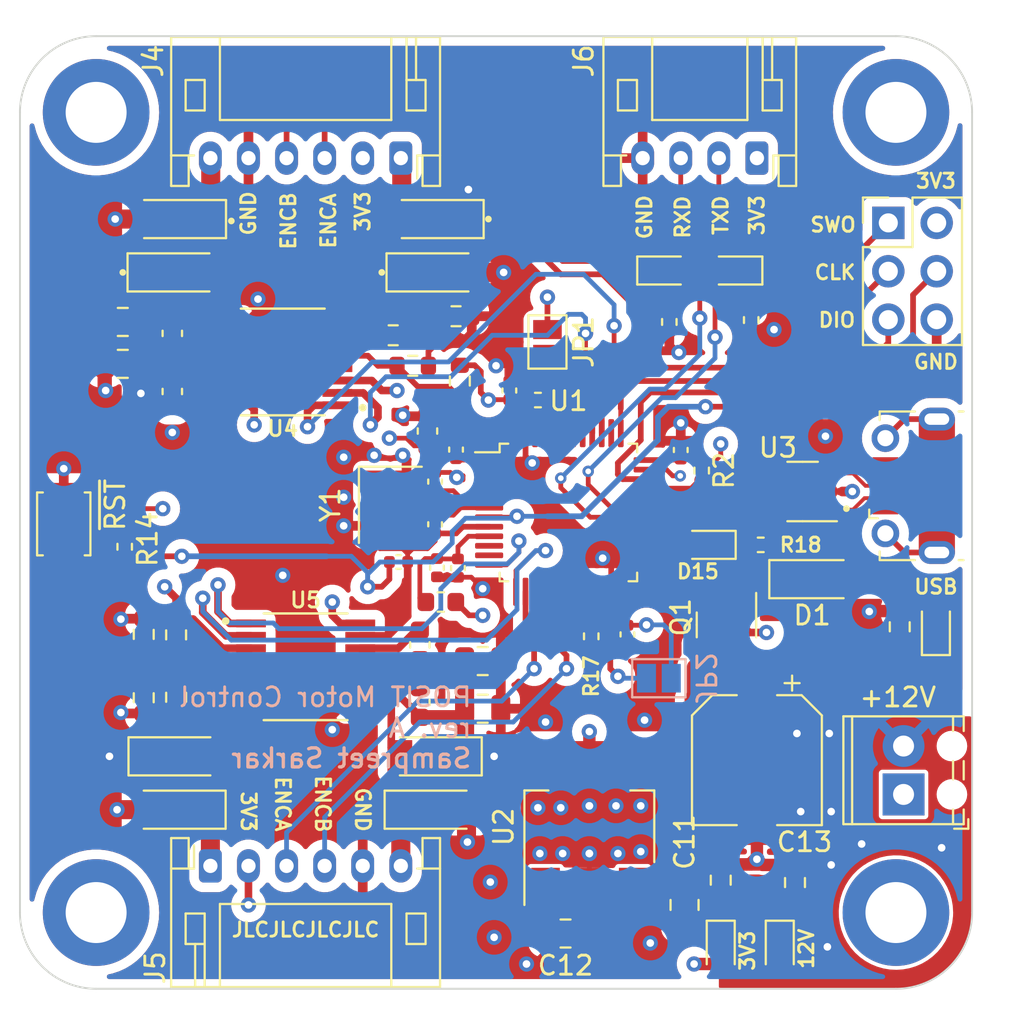
<source format=kicad_pcb>
(kicad_pcb (version 20211014) (generator pcbnew)
  (layers (0 "F.Cu" signal) (1 "In1.Cu" signal) (2 "In2.Cu" signal) (31 "B.Cu" signal) (34 "B.Paste" user) (35 "F.Paste" user) (36 "B.SilkS" user "B.Silkscreen") (37 "F.SilkS" user "F.Silkscreen") (38 "B.Mask" user) (39 "F.Mask" user) (44 "Edge.Cuts" user))
  (net 0 "")
  (net 1 "/Microcontroller/OSC_IN")
  (net 2 "GND")
  (net 3 "/Microcontroller/NRST")
  (net 4 "/Microcontroller/OSC_OUT")
  (net 5 "+3.3V")
  (net 6 "+3.3VA")
  (net 7 "/Microcontroller/USB_DP")
  (net 13 "/Microcontroller/M2_ENCA")
  (net 14 "/Microcontroller/M2_ENCB")
  (net 15 "Net-(D12-Pad1)")
  (net 20 "/Microcontroller/BOOT1")
  (net 25 "Net-(D15-Pad1)")
  (net 28 "/Microcontroller/USB_DN")
  (net 29 "/Microcontroller/SWDIO")
  (net 30 "/Microcontroller/SWCLK")
  (net 32 "/Microcontroller/M1_ENCA")
  (net 33 "/Microcontroller/M1_ENCB")
  (net 34 "/Microcontroller/M1_IN1")
  (net 35 "/Microcontroller/M1_IN2")
  (net 36 "/Microcontroller/BOOT0")
  (net 39 "VBUS")
  (net 40 "/Connectors/CONN_USB_DN")
  (net 41 "/Connectors/CONN_USB_DP")
  (net 42 "unconnected-(J1-Pad6)")
  (net 44 "/Microcontroller/SWO")
  (net 45 "+12V")
  (net 46 "Net-(C11-Pad1)")
  (net 47 "Net-(C14-Pad1)")
  (net 48 "Net-(C14-Pad2)")
  (net 49 "Net-(C15-Pad2)")
  (net 50 "/Motor Driver/M1_OUT1")
  (net 51 "/Motor Driver/M1_OUT2")
  (net 52 "/Motor Driver/VREF1")
  (net 53 "Net-(R5-Pad1)")
  (net 54 "Net-(R5-Pad2)")
  (net 57 "Net-(D6-Pad1)")
  (net 58 "Net-(D7-Pad1)")
  (net 59 "Net-(C18-Pad1)")
  (net 60 "Net-(C18-Pad2)")
  (net 61 "Net-(C19-Pad2)")
  (net 62 "/Motor Driver/M2_OUT1")
  (net 63 "/Motor Driver/M2_OUT2")
  (net 64 "/Motor Driver/VREF2")
  (net 65 "Net-(R11-Pad1)")
  (net 66 "Net-(R11-Pad2)")
  (net 67 "/Motor Driver/M2_IN1")
  (net 68 "/Motor Driver/M2_IN2")
  (net 71 "/Microcontroller/USART1_TX")
  (net 72 "/Microcontroller/USART1_RX")
  (net 73 "Net-(D13-Pad1)")
  (net 74 "Net-(D14-Pad1)")
  (net 75 "Net-(U1-Pad27)")
  (footprint "Connector_PinHeader_2.54mm:PinHeader_2x03_P2.54mm_Vertical" (layer "F.Cu") (at 175.6 99.8)
    (fp_text reference "J2" hide)
    (fp_text value "SWD Connector")
  )
  (footprint "Capacitor_SMD:C_0603_1608Metric" (layer "F.Cu") (at 151.4 110.725 90)
    (fp_text reference "C4" hide)
    (fp_text value "4u7")
  )
  (footprint "Resistor_SMD:R_0603_1608Metric" (layer "F.Cu") (at 136.5 121.4 90)
    (fp_text reference "R10" hide)
    (fp_text value "DNP")
  )
  (footprint "Resistor_SMD:R_0603_1608Metric" (layer "F.Cu") (at 153.1 108.1 -90)
    (fp_text reference "R3" hide)
    (fp_text value "10k")
  )
  (footprint "MountingHole:MountingHole_3.2mm_M3_DIN965_Pad" (layer "F.Cu") (at 134 94)
    (fp_text reference "H3" hide)
    (fp_text value "M3")
  )
  (footprint "LED_SMD:LED_0603_1608Metric" (layer "F.Cu") (at 167.5 102.3 180)
    (fp_text reference "D14" hide)
    (fp_text value "green")
  )
  (footprint "Capacitor_SMD:C_0402_1005Metric" (layer "F.Cu") (at 151.9 117.9 -90)
    (fp_text reference "C10" hide)
    (fp_text value "0u1")
  )
  (footprint "Capacitor_SMD:C_0805_2012Metric" (layer "F.Cu") (at 154.3 122.8)
    (fp_text reference "C20" hide)
    (fp_text value "4u7")
  )
  (footprint "Resistor_SMD:R_0402_1005Metric" (layer "F.Cu") (at 160 121.5 -90)
    (fp_text reference "R17")
    (fp_text value "10k")
  )
  (footprint "Jumper:SolderJumper-2_P1.3mm_Open_Pad1.0x1.5mm" (layer "F.Cu") (at 157.7 106.05 90)
    (fp_text reference "JP1")
    (fp_text value "Boot Jumper")
  )
  (footprint "LED_SMD:LED_0603_1608Metric" (layer "F.Cu") (at 169.9 137.9125 -90)
    (fp_text reference "D6" hide)
    (fp_text value "green")
  )
  (footprint "MountingHole:MountingHole_3.2mm_M3_DIN965_Pad" (layer "F.Cu") (at 134 136)
    (fp_text reference "H4" hide)
    (fp_text value "M3")
  )
  (footprint "Package_QFP:LQFP-48_7x7mm_P0.5mm" (layer "F.Cu") (at 158.8 115)
    (fp_text reference "U1")
    (fp_text value "STM32F103C8T6")
  )
  (footprint "Resistor_SMD:R_0603_1608Metric" (layer "F.Cu") (at 152.9 104.7)
    (fp_text reference "R6" hide)
    (fp_text value "1k5")
  )
  (footprint "Capacitor_SMD:C_0603_1608Metric" (layer "F.Cu") (at 151 121.95 -90)
    (fp_text reference "C18" hide)
    (fp_text value "22n")
  )
  (footprint "MountingHole:MountingHole_3.2mm_M3_DIN965_Pad" (layer "F.Cu") (at 176 94)
    (fp_text reference "H1" hide)
    (fp_text value "M3")
  )
  (footprint "Resistor_SMD:R_0402_1005Metric" (layer "F.Cu") (at 168.4 104.9 -90)
    (fp_text reference "R16" hide)
    (fp_text value "1k5")
  )
  (footprint "Resistor_SMD:R_0603_1608Metric" (layer "F.Cu") (at 170.7 134.425 90)
    (fp_text reference "R7" hide)
    (fp_text value "1k5")
  )
  (footprint "Capacitor_SMD:C_0603_1608Metric" (layer "F.Cu") (at 151 124.975 90)
    (fp_text reference "C19" hide)
    (fp_text value "220n")
  )
  (footprint "Inductor_SMD:L_0603_1608Metric" (layer "F.Cu") (at 152.1 119.7)
    (fp_text reference "L1" hide)
    (fp_text value "39n")
  )
  (footprint "Diode_SMD:D_MiniMELF" (layer "F.Cu") (at 151.7 130.6)
    (fp_text reference "D11" hide)
    (fp_text value "LL4148")
  )
  (footprint "Capacitor_SMD:C_0402_1005Metric" (layer "F.Cu") (at 151.8 115.62 -90)
    (fp_text reference "C3" hide)
    (fp_text value "20p")
  )
  (footprint "Package_TO_SOT_SMD:SOT-223-3_TabPin2" (layer "F.Cu") (at 159.9 131.5 90)
    (fp_text reference "U2")
    (fp_text value "AMS1117-3.3")
  )
  (footprint "Capacitor_SMD:C_0805_2012Metric" (layer "F.Cu") (at 164.9 135.6 -90)
    (fp_text reference "C11")
    (fp_text value "1u")
  )
  (footprint "Resistor_SMD:R_0603_1608Metric" (layer "F.Cu") (at 136.5 124.725 -90)
    (fp_text reference "R12" hide)
    (fp_text value "1k5")
  )
  (footprint "LED_SMD:LED_0603_1608Metric" (layer "F.Cu") (at 166.8 137.9125 -90)
    (fp_text reference "D7" hide)
    (fp_text value "green")
  )
  (footprint "Diode_SMD:D_MiniMELF" (layer "F.Cu") (at 138.27 99.6 180)
    (fp_text reference "D5" hide)
    (fp_text value "LL4148")
  )
  (footprint "Capacitor_SMD:C_0805_2012Metric" (layer "F.Cu") (at 154.3 125.3)
    (fp_text reference "C21" hide)
    (fp_text value "4u7")
  )
  (footprint "Capacitor_SMD:C_0805_2012Metric" (layer "F.Cu") (at 158.65 137.1 180)
    (fp_text reference "C12")
    (fp_text value "1u")
  )
  (footprint "Capacitor_SMD:C_0402_1005Metric" (layer "F.Cu") (at 149.88 117.6)
    (fp_text reference "C2" hide)
    (fp_text value "0u1")
  )
  (footprint "LED_SMD:LED_0603_1608Metric" (layer "F.Cu") (at 178.1 121 90)
    (fp_text reference "D12" hide)
    (fp_text value "green")
  )
  (footprint "TerminalBlock_Phoenix:TerminalBlock_Phoenix_MPT-0,5-2-2.54_1x02_P2.54mm_Horizontal" (layer "F.Cu") (at 176.4 129.8 90)
    (fp_text reference "J3" hide)
    (fp_text value "PWR")
  )
  (footprint "Resistor_SMD:R_0603_1608Metric" (layer "F.Cu") (at 150.625 107.3)
    (fp_text reference "R4" hide)
    (fp_text value "DNP")
  )
  (footprint "DRV8874PWPR:SOP65P640X120-17N" (layer "F.Cu") (at 145 123.1)
    (fp_text reference "U5")
    (fp_text value "DRV8874PWPR")
  )
  (footprint "MountingHole:MountingHole_3.2mm_M3_DIN965_Pad" (layer "F.Cu") (at 176 136)
    (fp_text reference "H2" hide)
    (fp_text value "M3")
  )
  (footprint "Capacitor_SMD:C_0402_1005Metric" (layer "F.Cu") (at 155.7 108.6 90)
    (fp_text reference "C6" hide)
    (fp_text value "0u1")
  )
  (footprint "Resistor_SMD:R_0603_1608Metric" (layer "F.Cu") (at 138.2 124.7 90)
    (fp_text reference "R11" hide)
    (fp_text value "1k")
  )
  (footprint "DRV8874PWPR:SOP65P640X120-17N" (layer "F.Cu") (at 143.8 107.1 180)
    (fp_text reference "U4")
    (fp_text value "DRV8874PWPR")
  )
  (footprint "Capacitor_SMD:C_0402_1005Metric" (layer "F.Cu") (at 153 117.92 -90)
    (fp_text reference "C9" hide)
    (fp_text value "0u1")
  )
  (footprint "Diode_SMD:D_SOD-123" (layer "F.Cu") (at 171.6 118.5)
    (fp_text reference "D1")
    (fp_text value "B5819W")
  )
  (footprint "Capacitor_SMD:C_0805_2012Metric" (layer "F.Cu") (at 135.4 105 180)
    (fp_text reference "C16" hide)
    (fp_text value "4u7")
  )
  (footprint "Diode_SMD:D_MiniMELF" (layer "F.Cu") (at 138.25 127.8)
    (fp_text reference "D8" hide)
    (fp_text value "LL4148")
  )
  (footprint "Button_Switch_SMD:SW_SPST_B3U-1000P" (layer "F.Cu") (at 132.3 115.6 -90)
    (fp_text reference "SW1" hide)
    (fp_text value "B3U-1000P")
  )
  (footprint "Resistor_SMD:R_0603_1608Metric" (layer "F.Cu") (at 176.2 121 90)
    (fp_text reference "R13" hide)
    (fp_text value "1k")
  )
  (footprint "Capacitor_SMD:C_0603_1608Metric" (layer "F.Cu") (at 138 105.6 -90)
    (fp_text reference "C15" hide)
    (fp_text value "220n")
  )
  (footprint "Diode_SMD:D_MiniMELF" (layer "F.Cu") (at 138.25 130.6 180)
    (fp_text reference "D9" hide)
    (fp_text value "LL4148")
  )
  (footprint "Capacitor_SMD:C_0402_1005Metric" (layer "F.Cu") (at 161.9 121.4 -90)
    (fp_text reference "C8" hide)
    (fp_text value "0u1")
  )
  (footprint "Diode_SMD:D_MiniMELF" (layer "F.Cu") (at 138.2 102.4)
    (fp_text reference "D4" hide)
    (fp_text value "LL4148")
  )
  (footprint "Capacitor_SMD:C_0402_1005Metric" (layer "F.Cu") (at 152.9 111.7 90)
    (fp_text reference "C5" hide)
    (fp_text value "0u1")
  )
  (footprint "Package_TO_SOT_SMD:SOT-23-6" (layer "F.Cu") (at 171.1 113.9 180)
    (fp_text reference "U3")
    (fp_text value "USBLC6-2SC6")
  )
  (footprint "Resistor_SMD:R_0603_1608Metric" (layer "F.Cu") (at 138.2 121.425 -90)
    (fp_text reference "R9" hide)
    (fp_text value "10k")
  )
  (footprint "Diode_SMD:D_MiniMELF" (layer "F.Cu") (at 151.7 127.8 180)
    (fp_text reference "D10" hide)
    (fp_text value "LL4148")
  )
  (footprint "LED_SMD:LED_0603_1608Metric" (layer "F.Cu") (at 166.1 116.7 180)
    (fp_text reference "D15")
    (fp_text value "orange")
  )
  (footprint "Connector_JST:JST_PH_S4B-PH-K_1x04_P2.00mm_Horizontal" (layer "F.Cu") (at 168.7 96.4 180)
    (fp_text reference "J6")
    (fp_text value "UART")
  )
  (footprint "Capacitor_SMD:C_0402_1005Metric" (layer "F.Cu") (at 151.8 113.38 90)
    (fp_text reference "C1" hide)
    (fp_text value "20p")
  )
  (footprint "Capacitor_SMD:CP_Elec_6.3x7.7" (layer "F.Cu") (at 168.7 128 -90)
    (fp_text reference "C13")
    (fp_text value "47u")
  )
  (footprint "Package_TO_SOT_SMD:SOT-23" (layer "F.Cu") (at 167.1 120.9 -90)
    (fp_text reference "Q1")
    (fp_text value "AO3401A")
  )
  (footprint "Resistor_SMD:R_0402_1005Metric" (layer "F.Cu") (at 168.9 116.7)
    (fp_text reference "R18")
    (fp_text value "1k5")
  )
  (footprint "LED_SMD:LED_0603_1608Metric" (layer "F.Cu") (at 163.9 102.3)
    (fp_text reference "D13" hide)
    (fp_text value "orange")
  )
  (footprint "Capacitor_SMD:C_0805_2012Metric" (layer "F.Cu") (at 135.4 107.2 180)
    (fp_text reference "C17" hide)
    (fp_text value "4u7")
  )
  (footprint "Resistor_SMD:R_0603_1608Metric" (layer "F.Cu") (at 149.6 105.7)
    (fp_text reference "R5" hide)
    (fp_text value "1k")
  )
  (footprint "Connector_JST:JST_PH_S6B-PH-K_1x06_P2.00mm_Horizontal" (layer "F.Cu") (at 150 96.4 180)
    (fp_text reference "J4")
    (fp_text value "Conn_01x06")
  )
  (footprint "Diode_SMD:D_MiniMELF" (layer "F.Cu") (at 151.8 102.4)
    (fp_text reference "D3" hide)
    (fp_text value "LL4148")
  )
  (footprint "Resistor_SMD:R_0402_1005Metric" (layer "F.Cu") (at 165.8 112.8 -90)
    (fp_text reference "R2")
    (fp_text value "1k5")
  )
  (footprint "Capacitor_SMD:C_0402_1005Metric" (layer "F.Cu") (at 164.7 111.72 90)
    (fp_text reference "C7" hide)
    (fp_text value "0u1")
  )
  (footprint "Crystal:Crystal_SMD_3225-4Pin_3.2x2.5mm" (layer "F.Cu") (at 149.45 114.6 -90)
    (fp_text reference "Y1")
    (fp_text value "12MHz")
  )
  (footprint "Diode_SMD:D_MiniMELF" (layer "F.Cu") (at 151.8 99.6 180)
    (fp_text reference "D2" hide)
    (fp_text value "LL4148")
  )
  (footprint "Resistor_SMD:R_0402_1005Metric" (layer "F.Cu") (at 164.1 105 -90)
    (fp_text reference "R15" hide)
    (fp_text value "1k5")
  )
  (footprint "Resistor_SMD:R_0402_1005Metric" (layer "F.Cu") (at 157.2 109.1 180)
    (fp_text reference "R1" hide)
    (fp_text value "10k")
  )
  (footprint "Connector_USB:USB_Micro-B_Molex-105017-0001" (layer "F.Cu") (at 176.91 113.6 90)
    (fp_text reference "J1" hide)
    (fp_text value "USB_B_Micro")
  )
  (footprint "Resistor_SMD:R_0402_1005Metric" (layer "F.Cu") (at 135.5 116.8 -90)
    (fp_text reference "R14")
    (fp_text value "10k")
  )
  (footprint "Connector_JST:JST_PH_S6B-PH-K_1x06_P2.00mm_Horizontal" (layer "F.Cu") (at 140 133.55)
    (fp_text reference "J5")
    (fp_text value "Conn_01x06")
  )
  (footprint "Capacitor_SMD:C_0603_1608Metric" (layer "F.Cu") (at 138 108.65 90)
    (fp_text reference "C14" hide)
    (fp_text value "22n")
  )
  (footprint "Resistor_SMD:R_0603_1608Metric" (layer "F.Cu") (at 166.8 134.3 90)
    (fp_text reference "R8" hide)
    (fp_text value "1k")
  )
  (footprint "Jumper:SolderJumper-2_P1.3mm_Open_Pad1.0x1.5mm" (layer "B.Cu") (at 163.55 123.7)
    (fp_text reference "JP2")
    (fp_text value "Boot Jumper")
  )
  (gr_circle (center 154.6 99.6) (end 154.7 99.6) (layer "F.SilkS") (width 0.15) (fill solid))
  (gr_circle (center 141.1 99.7) (end 141.2 99.7) (layer "F.SilkS") (width 0.15) (fill solid))
  (gr_circle (center 149 102.4) (end 149.1 102.4) (layer "F.SilkS") (width 0.15) (fill solid))
  (gr_circle (center 135.4 102.4) (end 135.5 102.4) (layer "F.SilkS") (width 0.15) (fill solid))
  (gr_circle (center 173.4 114.8) (end 173.5 114.8) (layer "F.SilkS") (width 0.15) (fill solid))
  (gr_line (start 180 136) (end 180 94) (layer "Edge.Cuts") (width 0.1))
  (gr_arc (start 180 136) (mid 178.828427 138.828427) (end 176 140) (layer "Edge.Cuts") (width 0.1))
  (gr_line (start 130 94) (end 130 136) (layer "Edge.Cuts") (width 0.1))
  (gr_arc (start 130 94) (mid 131.171573 91.171573) (end 134 90) (layer "Edge.Cuts") (width 0.1))
  (gr_arc (start 134 140) (mid 131.171573 138.828427) (end 130 136) (layer "Edge.Cuts") (width 0.1))
  (gr_line (start 176 90) (end 134 90) (layer "Edge.Cuts") (width 0.1))
  (gr_line (start 134 140) (end 176 140) (layer "Edge.Cuts") (width 0.1))
  (gr_arc (start 176 90) (mid 178.828427 91.171573) (end 180 94) (layer "Edge.Cuts") (width 0.1))
  (gr_text "Sampreet Sarkar" (at 147.4 127.9) (layer "B.SilkS") (effects (font (size 1 1) (thickness 0.175)) (justify mirror)))
  (gr_text "POSIT Motor Control\nrev. A\n" (at 153.8 125.5) (layer "B.SilkS") (effects (font (size 1 1)) (justify left mirror)))
  (gr_text "3V3" (at 168.7 99.4 90) (layer "F.SilkS") (effects (font (size 0.75 0.75))))
  (gr_text "DIO" (at 172.9 104.9) (layer "F.SilkS") (effects (font (size 0.75 0.75))))
  (gr_text "3V3" (at 168.2 138 90) (layer "F.SilkS") (effects (font (size 0.75 0.75))))
  (gr_text "USB" (at 178.1 118.9) (layer "F.SilkS") (effects (font (size 0.75 0.75))))
  (gr_text "SWO" (at 172.7 99.9) (layer "F.SilkS") (effects (font (size 0.75 0.75))))
  (gr_text "GND" (at 178.1 107.1) (layer "F.SilkS") (effects (font (size 0.75 0.75))))
  (gr_text "ENCA" (at 146.2 99.7 90) (layer "F.SilkS") (effects (font (size 0.75 0.75))))
  (gr_text "CLK" (at 172.8 102.4) (layer "F.SilkS") (effects (font (size 0.75 0.75))))
  (gr_text "3V3" (at 178.1 97.6) (layer "F.SilkS") (effects (font (size 0.75 0.75))))
  (gr_text "ENCA" (at 143.8 130.3 270) (layer "F.SilkS") (effects (font (size 0.75 0.75))))
  (gr_text "12V" (at 171.3 137.9 90) (layer "F.SilkS") (effects (font (size 0.75 0.75))))
  (gr_text "TXD" (at 166.8 99.4 90) (layer "F.SilkS") (effects (font (size 0.75 0.75))))
  (gr_text "3V3" (at 148 99.2 90) (layer "F.SilkS") (effects (font (size 0.75 0.75))))
  (gr_text "JLCJLCJLCJLC" (at 145 136.9) (layer "F.SilkS") (effects (font (size 0.75 0.75))))
  (gr_text "ENCB" (at 144.1 99.7 90) (layer "F.SilkS") (effects (font (size 0.75 0.75))))
  (gr_text "RXD" (at 164.8 99.5 90) (layer "F.SilkS") (effects (font (size 0.75 0.75))))
  (gr_text "GND" (at 142 99.3 90) (layer "F.SilkS") (effects (font (size 0.75 0.75))))
  (gr_text "~{RST}" (at 135 114.6 90) (layer "F.SilkS") (effects (font (size 1 1))))
  (gr_text "ENCB" (at 145.9 130.3 270) (layer "F.SilkS") (effects (font (size 0.75 0.75))))
  (gr_text "GND" (at 148 130.6 270) (layer "F.SilkS") (effects (font (size 0.75 0.75))))
  (gr_text "+12V" (at 176.1 124.7) (layer "F.SilkS") (effects (font (size 1 1))))
  (gr_text "GND" (at 162.8 99.5 90) (layer "F.SilkS") (effects (font (size 0.75 0.75))))
  (gr_text "3V3" (at 142 130.7 270) (layer "F.SilkS") (effects (font (size 0.75 0.75))))
  (segment (start 153.15 114.25) (end 152.76 113.86) (width 0.25) (layer "F.Cu") (net 1))
  (segment (start 154.6375 114.25) (end 153.15 114.25) (width 0.25) (layer "F.Cu") (net 1))
  (segment (start 151.8 113.9) (end 151.8 113.86) (width 0.25) (layer "F.Cu") (net 1))
  (segment (start 151.1 114.6) (end 151.8 113.9) (width 0.25) (layer "F.Cu") (net 1))
  (segment (start 152.76 113.86) (end 151.8 113.86) (width 0.25) (layer "F.Cu") (net 1))
  (segment (start 149.6 114.6) (end 151.1 114.6) (width 0.25) (layer "F.Cu") (net 1))
  (segment (start 148.6 113.6) (end 149.6 114.6) (width 0.25) (layer "F.Cu") (net 1))
  (segment (start 148.6 113.5) (end 148.6 113.6) (width 0.25) (layer "F.Cu") (net 1))
  (segment (start 142.5 104.4) (end 142.5 103.8) (width 0.4) (layer "F.Cu") (net 2))
  (segment (start 164.1 106.1) (end 164.6 106.6) (width 0.25) (layer "F.Cu") (net 2))
  (segment (start 174.625 120.175) (end 174.6 120.2) (width 0.65) (layer "F.Cu") (net 2))
  (segment (start 166.8 133.475) (end 167.625 133.475) (width 0.65) (layer "F.Cu") (net 2))
  (segment (start 155.7 107.4) (end 155.6 107.3) (width 0.25) (layer "F.Cu") (net 2))
  (segment (start 168.975 133.475) (end 168.425 133.475) (width 0.65) (layer "F.Cu") (net 2))
  (segment (start 150.62 116.9) (end 150.36 117.16) (width 0.25) (layer "F.Cu") (net 2))
  (segment (start 150.36 120.44) (end 150.36 117.6) (width 0.4) (layer "F.Cu") (net 2))
  (segment (start 168.05 119.9625) (end 168.05 121.05) (width 0.4) (layer "F.Cu") (net 2))
  (segment (start 157.7 134.75) (end 157.6 134.65) (width 0.75) (layer "F.Cu") (net 2))
  (segment (start 170.6 133.5) (end 169 133.5) (width 0.65) (layer "F.Cu") (net 2))
  (segment (start 167.625 133.475) (end 168.325 133.475) (width 0.65) (layer "F.Cu") (net 2))
  (segment (start 134.45 108.55) (end 134.45 107.2) (width 0.75) (layer "F.Cu") (net 2))
  (segment (start 164.1 105.51) (end 164.1 106.1) (width 0.25) (layer "F.Cu") (net 2))
  (segment (start 149.325 121.475) (end 150.36 120.44) (width 0.4) (layer "F.Cu") (net 2))
  (segment (start 168.05 121.05) (end 168.3 121.3) (width 0.4) (layer "F.Cu") (net 2))
  (segment (start 174.1 112.3) (end 175.4475 112.3) (width 0.3) (layer "F.Cu") (net 2))
  (segment (start 154.6375 115.75) (end 153.25 115.75) (width 0.3) (layer "F.Cu") (net 2))
  (segment (start 150.1 116.9) (end 148.9 116.9) (width 0.25) (layer "F.Cu") (net 2))
  (segment (start 136.52 99.6) (end 135 99.6) (width 1) (layer "F.Cu") (net 2))
  (segment (start 135.325 120.575) (end 135.3 120.6) (width 0.4) (layer "F.Cu") (net 2))
  (segment (start 142.075 104.825) (end 142.4 104.5) (width 0.4) (layer "F.Cu") (net 2))
  (segment (start 170.7 133.6) (end 170.6 133.5) (width 0.65) (layer "F.Cu") (net 2))
  (segment (start 155.7 108.12) (end 155.7 107.4) (width 0.25) (layer "F.Cu") (net 2))
  (segment (start 168.3 121.3) (end 169.2 121.3) (width 0.4) (layer "F.Cu") (net 2))
  (segment (start 152.9 116.1) (end 151.8 116.1) (width 0.3) (layer "F.Cu") (net 2))
  (segment (start 168.425 133.475) (end 168.7 133.2) (width 0.65) (layer "F.Cu") (net 2))
  (segment (start 136.5 120.575) (end 135.325 120.575) (width 0.4) (layer "F.Cu") (net 2))
  (segment (start 152.857131 113.157131) (end 152.935717 113.157131) (width 0.25) (layer "F.Cu") (net 2))
  (segment (start 152.6 112.9) (end 152.8 113.1) (width 0.25) (layer "F.Cu") (net 2))
  (segment (start 139.1 109.484924) (end 139.859924 108.725) (width 0.4) (layer "F.Cu") (net 2))
  (segment (start 156.55 112.05) (end 156.9 112.4) (width 0.3) (layer "F.Cu") (net 2))
  (segment (start 176.2 120.175) (end 174.625 120.175) (width 0.65) (layer "F.Cu") (net 2))
  (segment (start 155.6 107.3) (end 155 107.3) (width 0.25) (layer "F.Cu") (net 2))
  (segment (start 150.36 117.6) (end 150.36 117.16) (width 0.25) (layer "F.Cu") (net 2))
  (segment (start 148.9 116.9) (end 148.6 116.6) (width 0.25) (layer "F.Cu") (net 2))
  (segment (start 163.45 136.55) (end 163.1 136.9) (width 0.75) (layer "F.Cu") (net 2))
  (segment (start 138.5 110.8) (end 139.1 110.2) (width 0.4) (layer "F.Cu") (net 2))
  (segment (start 134.5 108.6) (end 134.45 108.55) (width 0.75) (layer "F.Cu") (net 2))
  (segment (start 155.4 102.4) (end 153.55 102.4) (width 1) (layer "F.Cu") (net 2))
  (segment (start 150.36 117.16) (end 150.1 116.9) (width 0.25) (layer "F.Cu") (net 2))
  (segment (start 152.2 105.8) (end 153.4 105.8) (width 0.3) (layer "F.Cu") (net 2))
  (segment (start 152.8 113.1) (end 152.857131 113.157131) (width 0.25) (layer "F.Cu") (net 2))
  (segment (start 164.7 111.24) (end 164.7 110.3) (width 0.3) (layer "F.Cu") (net 2))
  (segment (start 146.4 125.7) (end 146.4 126.4) (width 0.4) (layer "F.Cu") (net 2))
  (segment (start 136.5 130.6) (end 135.1 130.6) (width 1) (layer "F.Cu") (net 2))
  (segment (start 151.4 116.9) (end 150.62 116.9) (width 0.25) (layer "F.Cu") (net 2))
  (segment (start 151.4 109.95) (end 150.15 109.95) (width 0.3) (layer "F.Cu") (net 2))
  (segment (start 157.4 138.6) (end 157.3 138.7) (width 0.75) (layer "F.Cu") (net 2))
  (segment (start 157.7 137.1) (end 157.7 138.3) (width 0.75) (layer "F.Cu") (net 2))
  (segment (start 136.5 125.55) (end 135.35 125.55) (width 0.4) (layer "F.Cu") (net 2))
  (segment (start 168.7 130.7) (end 168.7 133.1) (width 0.65) (layer "F.Cu") (net 2))
  (segment (start 156.69 108.29) (end 156.5 108.1) (width 0.3) (layer "F.Cu") (net 2))
  (segment (start 148.6 116.6) (end 148.6 115.7) (width 0.25) (layer "F.Cu") (net 2))
  (segment (start 151.8 112.9) (end 152.6 112.9) (width 0.25) (layer "F.Cu") (net 2))
  (segment (start 168.325 133.475) (end 168.7 133.1) (width 0.65) (layer "F.Cu") (net 2))
  (segment (start 148.6 115.7) (end 147 115.7) (width 0.25) (layer "F.Cu") (net 2))
  (segment (start 142.4 104.5) (end 142.5 104.4) (width 0.4) (layer "F.Cu") (net 2))
  (segment (start 164.278339 113.078339) (end 163.95 112.75) (width 0.25) (layer "F.Cu") (net 2))
  (segment (start 168.175 133.475) (end 168.425 133.475) (width 0.65) (layer "F.Cu") (net 2))
  (segment (start 147.87 121.475) (end 149.325 121.475) (width 0.4) (layer "F.Cu") (net 2))
  (segment (start 164.9 136.55) (end 163.45 136.55) (width 0.75) (layer "F.Cu") (net 2))
  (segment (start 134.45 105) (end 134.45 107.2) (width 1) (layer "F.Cu") (net 2))
  (segment (start 157.7 137.1) (end 157.7 134.75) (width 0.75) (layer "F.Cu") (net 2))
  (segment (start 167.625 133.475) (end 168.175 133.475) (width 0.65) (layer "F.Cu") (net 2))
  (segment (start 154.3 119) (end 153.7 118.4) (width 0.25) (layer "F.Cu") (net 2))
  (segment (start 164.673839 113.078339) (end 164.278339 113.078339) (width 0.25) (layer "F.Cu") (net 2))
  (segment (start 168.7 133.1) (end 168.7 133.2) (width 0.65) (layer "F.Cu") (net 2))
  (segment (start 153.7 118.4) (end 153 118.4) (width 0.25) (layer "F.Cu") (net 2))
  (segment (start 151.7 113) (end 150.8 113) (width 0.25) (layer "F.Cu") (net 2))
  (segment (start 163.95 112.75) (end 162.9625 112.75) (width 0.25) (layer "F.Cu") (net 2))
  (segment (start 163.1 136.9) (end 163.1 137.6) (width 0.75) (layer "F.Cu") (net 2))
  (segment (start 147.87 125.375) (end 146.725 125.375) (width 0.4) (layer "F.Cu") (net 2))
  (segment (start 153.725 102.575) (end 153.55 102.4) (width 0.3) (layer "F.Cu") (net 2))
  (segment (start 150.62 116.9) (end 150.1 116.9) (width 0.25) (layer "F.Cu") (net 2))
  (segment (start 152.35 109.95) (end 151.4 109.95) (width 0.3) (layer "F.Cu") (net 2))
  (segment (start 168.4 105.41) (end 169.59 105.41) (width 0.25) (layer "F.Cu") (net 2))
  (segment (start 152.9 110.5) (end 152.35 109.95) (width 0.3) (layer "F.Cu") (net 2))
  (segment (start 155.72 108.1) (end 155.7 108.12) (width 0.3) (layer "F.Cu") (net 2))
  (segment (start 172.3 111) (end 172.8 111) (width 0.3) (layer "F.Cu") (net 2))
  (segment (start 173.710756 113.9) (end 172.2375 113.9) (width 0.3) (layer "F.Cu") (net 2))
  (segment (start 151.8 112.9) (end 151.7 113) (width 0.25) (layer "F.Cu") (net 2))
  (segment (start 153.45 132.25) (end 153.5 132.3) (width 1) (layer "F.Cu") (net 2))
  (segment (start 156.5 108.1) (end 155.72 108.1) (width 0.3) (layer "F.Cu") (net 2))
  (segment (start 147 112.3) (end 147 112.1) (width 0.25) (layer "F.Cu") (net 2))
  (segment (start 153.725 105.475) (end 153.725 104.7) (width 0.3) (layer "F.Cu") (net 2))
  (segment (start 161.05 119.1625) (end 161.05 117.85) (width 0.3) (layer "F.Cu") (net 2))
  (segment (start 146.725 125.375) (end 146.4 125.7) (width 0.4) (layer "F.Cu") (net 2))
  (segment (start 169 133.5) (end 168.7 133.2) (width 0.65) (layer "F.Cu") (net 2))
  (segment (start 138 110.8) (end 138.5 110.8) (width 0.4) (layer "F.Cu") (net 2))
  (segment (start 151.9 118.38) (end 152.98 118.38) (width 0.25) (layer "F.Cu") (net 2))
  (segment (start 156.69 109.1) (end 156.69 108.29) (width 0.3) (layer "F.Cu") (net 2))
  (segment (start 169.59 105.41) (end 169.6 105.4) (width 0.25) (layer "F.Cu") (net 2))
  (segment (start 153.4 105.8) (end 153.725 105.475) (width 0.3) (layer "F.Cu") (net 2))
  (segment (start 132.3 112.7) (end 132.3 113.9) (width 0.25) (layer "F.Cu") (net 2))
  (segment (start 151.8 116.1) (end 151.8 116.5) (width 0.25) (layer "F.Cu") (net 2))
  (segment (start 151.45 106.55) (end 152.2 105.8) (width 0.3) (layer "F.Cu") (net 2))
  (segment (start 151.45 107.3) (end 151.45 106.55) (width 0.3) (layer "F.Cu") (net 2))
  (segment (start 153.45 130.6) (end 153.45 132.25) (width 1) (layer "F.Cu") (net 2))
  (segment (start 150.8 113) (end 150.3 113.5) (width 0.25) (layer "F.Cu") (net 2))
  (segment (start 153.725 104.7) (end 153.725 102.575) (width 0.3) (layer "F.Cu") (net 2))
  (segment (start 172.8 111) (end 174.1 112.3) (width 0.3) (layer "F.Cu") (net 2))
  (segment (start 160.8 117.6) (end 160.6 117.4) (width 0.3) (layer "F.Cu") (net 2))
  (segment (start 139.859924 108.725) (end 140.93 108.725) (width 0.4) (layer "F.Cu") (net 2))
  (segment (start 135.35 125.55) (end 135.3 125.5) (width 0.4) (layer "F.Cu") (net 2))
  (segment (start 157.3 138.7) (end 156.6 138.7) (width 0.75) (layer "F.Cu") (net 2))
  (segment (start 161.05 117.85) (end 160.8 117.6) (width 0.3) (layer "F.Cu") (net 2))
  (segment (start 139.1 110.2) (end 139.1 109.484924) (width 0.4) (layer "F.Cu") (net 2))
  (segment (start 150.15 109.95) (end 150.1 109.9) (width 0.3) (layer "F.Cu") (net 2))
  (segment (start 151.8 116.5) (end 151.4 116.9) (width 0.25) (layer "F.Cu") (net 2))
  (segment (start 152.9 111.22) (end 152.9 110.5) (width 0.3) (layer "F.Cu") (net 2))
  (segment (start 157.7 138.3) (end 157.4 138.6) (width 0.75) (layer "F.Cu") (net 2))
  (segment (start 152.98 118.38) (end 153 118.4) (width 0.25) (layer "F.Cu") (net 2))
  (segment (start 140.93 104.825) (end 142.075 104.825) (width 0.4) (layer "F.Cu") (net 2))
  (segment (start 156.55 110.8375) (end 156.55 112.05) (width 0.3) (layer "F.Cu") (net 2))
  (segment (start 153.25 115.75) (end 152.9 116.1) (width 0.3) (layer "F.Cu") (net 2))
  (via (at 147 114.2) (size 0.8) (drill 0.4) (layers "F.Cu" "B.Cu") (net 2))
  (via (at 135 99.6) (size 0.8) (drill 0.4) (layers "F.Cu" "B.Cu") (net 2))
  (via (at 163.1 137.6) (size 0.8) (drill 0.4) (layers "F.Cu" "B.Cu") (net 2))
  (via (at 160.6 117.4) (size 0.8) (drill 0.4) (layers "F.Cu" "B.Cu") (net 2))
  (via (at 169.2 121.3) (size 0.8) (drill 0.4) (layers "F.Cu" "B.Cu") (net 2))
  (via (at 150.1 109.9) (size 0.8) (drill 0.4) (layers "F.Cu" "B.Cu") (net 2))
  (via (at 135.3 120.6) (size 0.8) (drill 0.4) (layers "F.Cu" "B.Cu") (net 2))
  (via (at 174.6 120.2) (size 0.8) (drill 0.4) (layers "F.Cu" "B.Cu") (net 2))
  (via (at 154.7 134.4) (size 0.8) (drill 0.4) (layers "F.Cu" "B.Cu") (net 2))
  (via (at 155.4 102.4) (size 0.8) (drill 0.4) (layers "F.Cu" "B.Cu") (net 2))
  (via (at 157.6 126) (size 0.8) (drill 0.4) (layers "F.Cu" "B.Cu") (net 2))
  (via (at 132.3 112.7) (size 0.8) (drill 0.4) (layers "F.Cu" "B.Cu") (net 2))
  (via (at 148.6 112) (size 0.8) (drill 0.4) (layers "F.Cu" "B.Cu") (net 2))
  (via (at 156.6 138.7) (size 0.8) (drill 0.4) (layers "F.Cu" "B.Cu") (net 2))
  (via (at 162.8 125.9) (size 0.8) (drill 0.4) (layers "F.Cu" "B.Cu") (net 2))
  (via (at 173.710756 113.9) (size 0.8) (drill 0.4) (layers "F.Cu" "B.Cu") (net 2))
  (via (at 168.7 133.2) (size 0.8) (drill 0.4) (layers "F.Cu" "B.Cu") (net 2))
  (via (at 154.9 137.3) (size 0.8) (drill 0.4) (layers "F.Cu" "B.Cu") (net 2))
  (via (at 143.8 118.3) (size 0.8) (drill 0.4) (layers "F.Cu" "B.Cu") (net 2))
  (via (at 155 107.3) (size 0.8) (drill 0.4) (layers "F.Cu" "B.Cu") (net 2))
  (via (at 152.935717 113.157131) (size 0.8) (drill 0.4) (layers "F.Cu" "B.Cu") (net 2))
  (via (at 150.1 112) (size 0.8) (drill 0.4) (layers "F.Cu" "B.Cu") (net 2))
  (via (at 147 112.1) (size 0.8) (drill 0.4) (layers "F.Cu" "B.Cu") (net 2))
  (via (at 135.3 125.5) (size 0.8) (drill 0.4) (layers "F.Cu" "B.Cu") (net 2))
  (via (at 147 115.7) (size 0.8) (drill 0.4) (layers "F.Cu" "B.Cu") (net 2))
  (via (at 153.5 132.3) (size 0.8) (drill 0.4) (layers "F.Cu" "B.Cu") (net 2))
  (via (at 142.5 103.8) (size 0.8) (drill 0.4) (layers "F.Cu" "B.Cu") (net 2))
  (via (at 172.3 111) (size 0.8) (drill 0.4) (layers "F.Cu" "B.Cu") (net 2))
  (via (at 164.6 106.6) (size 0.8) (drill 0.4) (layers "F.Cu" "B.Cu") (net 2))
  (via (at 156.9 112.4) (size 0.8) (drill 0.4) (layers "F.Cu" "B.Cu") (net 2))
  (via (at 135.1 130.6) (size 0.8) (drill 0.4) (layers "F.Cu" "B.Cu") (net 2))
  (via (at 146.4 126.4) (size 0.8) (drill 0.4) (layers "F.Cu" "B.Cu") (net 2))
  (via (at 164.673839 113.078339) (size 0.6) (drill 0.3) (layers "F.Cu" "B.Cu") (net 2))
  (via (at 138 110.8) (size 0.8) (drill 0.4) (layers "F.Cu" "B.Cu") (net 2))
  (via (at 134.5 108.6) (size 0.8) (drill 0.4) (layers "F.Cu" "B.Cu") (net 2))
  (via (at 154.3 119) (size 0.8) (drill 0.4) (layers "F.Cu" "B.Cu") (net 2))
  (via (at 169.6 105.4) (size 0.8) (drill 0.4) (layers "F.Cu" "B.Cu") (net 2))
  (via (at 164.7 110.3) (size 0.8) (drill 0.4) (layers "F.Cu" "B.Cu") (net 2))
  (segment (start 176.9 103.58) (end 178.14 102.34) (width 0.3) (layer "F.Cu") (net 3))
  (segment (start 135.51 117.3) (end 135.5 117.31) (width 0.3) (layer "F.Cu") (net 3))
  (segment (start 138.5 117.3) (end 135.51 117.3) (width 0.3) (layer "F.Cu") (net 3))
  (segment (start 135.49 117.3) (end 132.3 117.3) (width 0.3) (layer "F.Cu") (net 3))
  (segment (start 135.5 117.31) (end 135.49 117.3) (width 0.3) (layer "F.Cu") (net 3))
  (segment (start 173.4005 109.4495) (end 176.9 105.95) (width 0.3) (layer "F.Cu") (net 3))
  (segment (start 176.9 105.95) (end 176.9 103.58) (width 0.3) (layer "F.Cu") (net 3))
  (segment (start 149.4 117.6) (end 149.4 118.5) (width 0.3) (layer "F.Cu") (net 3))
  (segment (start 149.4 118.5) (end 149 118.9) (width 0.3) (layer "F.Cu") (net 3))
  (segment (start 156.05 115.25) (end 156.1 115.2) (width 0.25) (layer "F.Cu") (net 3))
  (segment (start 149 118.9) (end 148.26 118.9) (width 0.3) (layer "F.Cu") (net 3))
  (segment (start 154.6375 115.25) (end 156.05 115.25) (width 0.25) (layer "F.Cu") (net 3))
  (segment (start 166 109.4495) (end 173.4005 109.4495) (width 0.3) (layer "F.Cu") (net 3))
  (via (at 138.5 117.3) (size 0.8) (drill 0.4) (layers "F.Cu" "B.Cu") (net 3))
  (via (at 166 109.4495) (size 0.8) (drill 0.4) (layers "F.Cu" "B.Cu") (net 3))
  (via (at 156.1 115.2) (size 0.8) (drill 0.4) (layers "F.Cu" "B.Cu") (net 3))
  (via (at 148.26 118.9) (size 0.8) (drill 0.4) (layers "F.Cu" "B.Cu") (net 3))
  (segment (start 156.1 115.2) (end 156 115.3) (width 0.25) (layer "B.Cu") (net 3))
  (segment (start 146.1 117.3) (end 147.4 117.3) (width 0.25) (layer "B.Cu") (net 3))
  (segment (start 146.1 117.3) (end 138.3 117.3) (width 0.3) (layer "B.Cu") (net 3))
  (segment (start 152.7 116) (end 152.7 116.6) (width 0.25) (layer "B.Cu") (net 3))
  (segment (start 163.5 111.2) (end 163.5 110) (width 0.3) (layer "B.Cu") (net 3))
  (segment (start 148.26 118.24) (end 148.26 118.9) (width 0.25) (layer "B.Cu") (net 3))
  (segment (start 138.3 117.3) (end 138.5 117.3) (width 0.3) (layer "B.Cu") (net 3))
  (segment (start 153.4 115.3) (end 152.7 116) (width 0.25) (layer "B.Cu") (net 3))
  (segment (start 147.4 117.3) (end 148.26 118.16) (width 0.25) (layer "B.Cu") (net 3))
  (segment (start 148.26 118.16) (end 148.26 118.9) (width 0.25) (layer "B.Cu") (net 3))
  (segment (start 163.5 110) (end 164.0505 109.4495) (width 0.3) (layer "B.Cu") (net 3))
  (segment (start 159.5 115.2) (end 163.5 111.2) (width 0.3) (layer "B.Cu") (net 3))
  (segment (start 156 115.3) (end 153.4 115.3) (width 0.25) (layer "B.Cu") (net 3))
  (segment (start 157.7 115.2) (end 159.5 115.2) (width 0.3) (layer "B.Cu") (net 3))
  (segment (start 152.7 116.6) (end 151.7 117.6) (width 0.25) (layer "B.Cu") (net 3))
  (segment (start 148.9 117.6) (end 148.26 118.24) (width 0.25) (layer "B.Cu") (net 3))
  (segment (start 157.7 115.2) (end 156.1 115.2) (width 0.25) (layer "B.Cu") (net 3))
  (segment (start 151.7 117.6) (end 148.9 117.6) (width 0.25) (layer "B.Cu") (net 3))
  (segment (start 164.0505 109.4495) (end 166 109.4495) (width 0.3) (layer "B.Cu") (net 3))
  (segment (start 154.6375 114.75) (end 153.15 114.75) (width 0.25) (layer "F.Cu") (net 4))
  (segment (start 153.15 114.75) (end 152.76 115.14) (width 0.25) (layer "F.Cu") (net 4))
  (segment (start 150.86 115.14) (end 150.3 115.7) (width 0.25) (layer "F.Cu") (net 4))
  (segment (start 151.8 115.14) (end 150.86 115.14) (width 0.25) (layer "F.Cu") (net 4))
  (segment (start 152.76 115.14) (end 151.8 115.14) (width 0.25) (layer "F.Cu") (net 4))
  (segment (start 140.93 109.375) (end 142.075 109.375) (width 0.4) (layer "F.Cu") (net 5))
  (segment (start 152.08 112.18) (end 151.4 111.5) (width 0.25) (layer "F.Cu") (net 5))
  (segment (start 166.8 112) (end 166.8 111.4) (width 0.25) (layer "F.Cu") (net 5))
  (segment (start 150.7 111.5) (end 151.4 111.5) (width 0.25) (layer "F.Cu") (net 5))
  (segment (start 165.8 112.29) (end 166.51 112.29) (width 0.25) (layer "F.Cu") (net 5))
  (segment (start 136 114.8) (end 137.5 114.8) (width 0.25) (layer "F.Cu") (net 5))
  (segment (start 154.2 108.7) (end 154.6 109.1) (width 0.3) (layer "F.Cu") (net 5))
  (segment (start 162.88 120.92) (end 162.9 120.9) (width 0.25) (layer "F.Cu") (net 5))
  (segment (start 135.5 116.29) (end 135.5 115.3) (width 0.25) (layer "F.Cu") (net 5))
  (segment (start 159.6 134.95) (end 159.9 134.65) (width 0.75) (layer "F.Cu") (net 5))
  (segment (start 166.8 138.7) (end 165.4 138.7) (width 0.65) (layer "F.Cu") (net 5))
  (segment (start 138.2 120.6) (end 138.2 119.5) (width 0.4) (layer "F.Cu") (net 5))
  (segment (start 138 119.3) (end 137.6 118.9) (width 0.4) (layer "F.Cu") (net 5))
  (segment (start 153.1 107.275) (end 153.875 107.275) (width 0.3) (layer "F.Cu") (net 5))
  (segment (start 165.7 112.2) (end 164.7 112.2) (width 0.25) (layer "F.Cu") (net 5))
  (segment (start 156.05 109.95) (end 155.7 109.6) (width 0.25) (layer "F.Cu") (net 5))
  (segment (start 162.9625 112.25) (end 164.65 112.25) (width 0.25) (layer "F.Cu") (net 5))
  (segment (start 142.3 109.6) (end 142.3 110.4) (width 0.4) (layer "F.Cu") (net 5))
  (segment (start 148.475 108.075) (end 148.7 108.3) (width 0.4) (layer "F.Cu") (net 5))
  (segment (start 153.875 107.275) (end 154.2 107.6) (width 0.3) (layer "F.Cu") (net 5))
  (segment (start 161.55 119.1625) (end 161.55 120.57) (width 0.25) (layer "F.Cu") (net 5))
  (segment (start 149 108.6) (end 149.8 108.6) (width 0.4) (layer "F.Cu") (net 5))
  (segment (start 159.9 130.4) (end 159.9 132.9) (width 0.25) (layer "F.Cu") (net 5))
  (segment (start 152.97 112.25) (end 152.9 112.18) (width 0.25) (layer "F.Cu") (net 5))
  (segment (start 159.9 134.65) (end 159.9 132.9) (width 0.25) (layer "F.Cu") (net 5))
  (segment (start 156.05 110.8375) (end 156.05 109.95) (width 0.25) (layer "F.Cu") (net 5))
  (segment (start 135.5 115.3) (end 136 114.8) (width 0.25) (layer "F.Cu") (net 5))
  (segment (start 154.6375 112.25) (end 152.97 112.25) (width 0.25) (layer "F.Cu") (net 5))
  (segment (start 159.6 137.1) (end 159.6 134.95) (width 0.75) (layer "F.Cu") (net 5))
  (segment (start 142 133.55) (end 142 135.6) (width 0.4) (layer "F.Cu") (net 5))
  (segment (start 154.3 120.4) (end 153.5875 120.4) (width 0.3) (layer "F.Cu") (net 5))
  (segment (start 164.65 112.25) (end 164.7 112.2) (width 0.25) (layer "F.Cu") (net 5))
  (segment (start 149.4 111.1) (end 150.3 111.1) (width 0.25) (layer "F.Cu") (net 5))
  (segment (start 140.625 122.125) (end 139.1 120.6) (width 0.4) (layer "F.Cu") (net 5))
  (segment (start 155.7 109.08) (end 154.62 109.08) (width 0.25) (layer "F.Cu") (net 5))
  (segment (start 153.5875 120.4) (end 152.8875 119.7) (width 0.3) (layer "F.Cu") (net 5))
  (segment (start 150.3 111.1) (end 150.7 111.5) (width 0.25) (layer "F.Cu") (net 5))
  (segment (start 166.51 112.29) (end 166.8 112) (width 0.25) (layer "F.Cu") (net 5))
  (segment (start 142.13 122.125) (end 140.625 122.125) (width 0.4) (layer "F.Cu") (net 5))
  (segment (start 165.79 112.29) (end 165.7 112.2) (width 0.25) (layer "F.Cu") (net 5))
  (segment (start 139.1 120.6) (end 138.2 120.6) (width 0.4) (layer "F.Cu") (net 5))
  (segment (start 154.62 109.08) (end 154.6 109.1) (width 0.25) (layer "F.Cu") (net 5))
  (segment (start 152.9 112.18) (end 152.08 112.18) (width 0.25) (layer "F.Cu") (net 5))
  (segment (start 165.8 112.29) (end 165.79 112.29) (width 0.25) (layer "F.Cu") (net 5))
  (segment (start 142.075 109.375) (end 142.3 109.6) (width 0.4) (layer "F.Cu") (net 5))
  (segment (start 155.7 109.6) (end 155.7 109.08) (width 0.25) (layer "F.Cu") (net 5))
  (segment (start 146.825 120.825) (end 146.4 120.4) (width 0.4) (layer "F.Cu") (net 5))
  (segment (start 159.9 128.35) (end 159.9 126.5) (width 0.65) (layer "F.Cu") (net 5))
  (segment (start 161.9 120.92) (end 162.88 120.92) (width 0.25) (layer "F.Cu") (net 5))
  (segment (start 147.87 120.825) (end 146.825 120.825) (width 0.4) (layer "F.Cu") (net 5))
  (segment (start 161.55 120.57) (end 161.9 120.92) (width 0.25) (layer "F.Cu") (net 5))
  (segment (start 154.2 107.6) (end 154.2 108.7) (width 0.3) (layer "F.Cu") (net 5))
  (segment (start 148.7 108.3) (end 149 108.6) (width 0.4) (layer "F.Cu") (net 5))
  (segment (start 159.9 128.35) (end 159.9 130.4) (width 0.25) (layer "F.Cu") (net 5))
  (segment (start 157.7 105.4) (end 157.7 103.7) (width 0.3) (layer "F.Cu") (net 5))
  (segment (start 138.2 119.5) (end 138 119.3) (width 0.4) (layer "F.Cu") (net 5))
  (segment (start 146.67 108.075) (end 148.475 108.075) (width 0.4) (layer "F.Cu") (net 5))
  (segment (start 146.4 120.4) (end 146.4 119.7) (width 0.4) (layer "F.Cu") (net 5))
  (via (at 142 135.6) (size 0.8) (drill 0.4) (layers "F.Cu" "B.Cu") (net 5))
  (via (at 159.9 132.9) (size 0.8) (drill 0.4) (layers "F.Cu" "B.Cu") (net 5))
  (via (at 159.9 132.9) (size 0.8) (drill 0.4) (layers "F.Cu" "B.Cu") (net 5))
  (via (at 142.3 110.4) (size 0.8) (drill 0.4) (layers "F.Cu" "B.Cu") (net 5))
  (via (at 162.6 132.8) (size 0.8) (drill 0.4) (layers "F.Cu" "B.Cu") (net 5))
  (via (at 137.6 118.9) (size 0.8) (drill 0.4) (layers "F.Cu" "B.Cu") (net 5))
  (via (at 159.9 130.4) (size 0.8) (drill 0.4) (layers "F.Cu" "B.Cu") (net 5))
  (via (at 161.3 130.4) (size 0.8) (drill 0.4) (layers "F.Cu" "B.Cu") (net 5))
  (via (at 158.5 132.9) (size 0.8) (drill 0.4) (layers "F.Cu" "B.Cu") (net 5))
  (via (at 154.6 109.1) (size 0.8) (drill 0.4) (layers "F.Cu" "B.Cu") (net 5))
  (via (at 161.4 132.9) (size 0.8) (drill 0.4) (layers "F.Cu" "B.Cu") (net 5))
  (via (at 159.9 130.4) (size 0.8) (drill 0.4) (layers "F.Cu" "B.Cu") (net 5))
  (via (at 137.5 114.8) (size 0.8) (drill 0.4) (layers "F.Cu" "B.Cu") (net 5))
  (via (at 162.6 130.4) (size 0.8) (drill 0.4) (layers "F.Cu" "B.Cu") (net 5))
  (via (at 154.3 120.4) (size 0.8) (drill 0.4) (layers "F.Cu" "B.Cu") (net 5))
  (via (at 149.8 108.6) (size 0.8) (drill 0.4) (layers "F.Cu" "B.Cu") (net 5))
  (via (at 146.4 119.7) (size 0.8) (drill 0.4) (layers "F.Cu" "B.Cu") (net 5))
  (via (at 159.9 126.5) (size 0.8) (drill 0.4) (layers "F.Cu" "B.Cu") (net 5))
  (via (at 162.9 120.9) (size 0.8) (drill 0.4) (layers "F.Cu" "B.Cu") (net 5))
  (via (at 157.7 103.7) (size 0.8) (drill 0.4) (layers "F.Cu" "B.Cu") (net 5))
  (via (at 149.4 111.1) (size 0.8) (drill 0.4) (layers "F.Cu" "B.Cu") (net 5))
  (via (at 158.4 130.5) (size 0.8) (drill 0.4) (layers "F.Cu" "B.Cu") (net 5))
  (via (at 166.8 111.4) (size 0.8) (drill 0.4) (layers "F.Cu" "B.Cu") (net 5))
  (via (at 157.2 130.5) (size 0.8) (drill 0.4) (layers "F.Cu" "B.Cu") (net 5))
  (via (at 165.4 138.7) (size 0.8) (drill 0.4) (layers "F.Cu" "B.Cu") (net 5))
  (via (at 157.3 132.9) (size 0.8) (drill 0.4) (layers "F.Cu" "B.Cu") (net 5))
  (segment (start 159.8 130.5) (end 159.9 130.4) (width 0.25) (layer "B.Cu") (net 5))
  (segment (start 163.8 120.9) (end 162.9 120.9) (width 0.25) (layer "B.Cu") (net 5))
  (segment (start 161.5 132.8) (end 161.4 132.9) (width 0.25) (layer "B.Cu") (net 5))
  (segment (start 164.2 123.7) (end 164.2 121.3) (width 0.25) (layer "B.Cu") (net 5))
  (segment (start 164.2 121.3) (end 163.8 120.9) (width 0.25) (layer "B.Cu") (net 5))
  (segment (start 157.3 130.6) (end 157.2 130.5) (width 0.25) (layer "B.Cu") (net 5))
  (segment (start 151.92 117.44) (end 151.9 117.42) (width 0.25) (layer "F.Cu") (net 6))
  (segment (start 153.55 116.25) (end 154.6375 116.25) (width 0.25) (layer "F.Cu") (net 6))
  (segment (start 151.9 117.42) (end 151.28 117.42) (width 0.25) (layer "F.Cu") (net 6))
  (segment (start 153 116.8) (end 153.55 116.25) (width 0.25) (layer "F.Cu") (net 6))
  (segment (start 151.2 119.7) (end 151.3125 119.7) (width 0.25) (layer "F.Cu") (net 6))
  (segment (start 151.28 117.42) (end 151 117.7) (width 0.25) (layer "F.Cu") (net 6))
  (segment (start 151 117.7) (end 151 119.5) (width 0.25) (layer "F.Cu") (net 6))
  (segment (start 153 117.44) (end 153 116.8) (width 0.25) (layer "F.Cu") (net 6))
  (segment (start 151 119.5) (end 151.2 119.7) (width 0.25) (layer "F.Cu") (net 6))
  (segment (start 153 117.44) (end 151.92 117.44) (width 0.25) (layer "F.Cu") (net 6))
  (segment (start 165.692979 113.31) (end 165.8 113.31) (width 0.3) (layer "F.Cu") (net 7))
  (segment (start 168.435 112.95) (end 168.4 112.915) (width 0.3) (layer "F.Cu") (net 7))
  (segment (start 167.29 113.31) (end 165.8 113.31) (width 0.77) (layer "F.Cu") (net 7))
  (segment (start 169.9625 112.95) (end 168.435 112.95) (width 0.3) (layer "F.Cu") (net 7))
  (segment (start 167.685 112.915) (end 167.29 113.31) (width 0.77) (layer "F.Cu") (net 7))
  (segment (start 165.252979 113.75) (end 165.692979 113.31) (width 0.3) (layer "F.Cu") (net 7))
  (segment (start 162.9625 113.75) (end 165.252979 113.75) (width 0.3) (layer "F.Cu") (net 7))
  (segment (start 168.4 112.915) (end 167.685 112.915) (width 0.77) (layer "F.Cu") (net 7))
  (segment (start 156.55 121.25) (end 157 121.7) (width 0.3) (layer "F.Cu") (net 13))
  (segment (start 156.55 119.1625) (end 156.55 121.25) (width 0.3) (layer "F.Cu") (net 13))
  (segment (start 157 121.7) (end 157 123.2) (width 0.3) (layer "F.Cu") (net 13))
  (via (at 157 123.2) (size 0.8) (drill 0.4) (layers "F.Cu" "B.Cu") (net 13))
  (segment (start 144 133.55) (end 144 131.8) (width 0.25) (layer "B.Cu") (net 13))
  (segment (start 150.9 124.9) (end 155.3 124.9) (width 0.25) (layer "B.Cu") (net 13))
  (segment (start 155.3 124.9) (end 157 123.2) (width 0.25) (layer "B.Cu") (net 13))
  (segment (start 144 131.8) (end 150.9 124.9) (width 0.25) (layer "B.Cu") (net 13))
  (segment (start 157.05 120.85) (end 158.7 122.5) (width 0.3) (layer "F.Cu") (net 14))
  (segment (start 158.7 122.5) (end 158.7 123.2) (width 0.3) (layer "F.Cu") (net 14))
  (segment (start 157.05 119.1625) (end 157.05 120.85) (width 0.3) (layer "F.Cu") (net 14))
  (via (at 158.7 123.2) (size 0.8) (drill 0.4) (layers "F.Cu" "B.Cu") (net 14))
  (segment (start 155.9 126) (end 158.7 123.2) (width 0.25) (layer "B.Cu") (net 14))
  (segment (start 151 126) (end 155.9 126) (width 0.25) (layer "B.Cu") (net 14))
  (segment (start 146 133.55) (end 146 131) (width 0.25) (layer "B.Cu") (net 14))
  (segment (start 146 131) (end 151 126) (width 0.25) (layer "B.Cu") (net 14))
  (segment (start 178.1 121.7875) (end 176.2375 121.7875) (width 0.65) (layer "F.Cu") (net 15))
  (segment (start 176.2375 121.7875) (end 176.2 121.825) (width 0.65) (layer "F.Cu") (net 15))
  (segment (start 159.55 120.54) (end 160 120.99) (width 0.3) (layer "F.Cu") (net 20))
  (segment (start 161 123.2) (end 161.4 123.6) (width 0.3) (layer "F.Cu") (net 20))
  (segment (start 159.55 119.1625) (end 159.55 120.54) (width 0.3) (layer "F.Cu") (net 20))
  (segment (start 160.69 120.99) (end 161 121.3) (width 0.3) (layer "F.Cu") (net 20))
  (segment (start 160 120.99) (end 160.69 120.99) (width 0.3) (layer "F.Cu") (net 20))
  (segment (start 161 121.3) (end 161 123.2) (width 0.3) (layer "F.Cu") (net 20))
  (via (at 161.4 123.6) (size 0.8) (drill 0.4) (layers "F.Cu" "B.Cu") (net 20))
  (segment (start 162.9 123.7) (end 161.5 123.7) (width 0.25) (layer "B.Cu") (net 20))
  (segment (start 161.5 123.7) (end 161.4 123.6) (width 0.25) (layer "B.Cu") (net 20))
  (segment (start 166.8875 116.7) (end 168.39 116.7) (width 0.3) (layer "F.Cu") (net 25))
  (segment (start 168.5 114.9) (end 167.9 114.9) (width 0.77) (layer "F.Cu") (net 28))
  (segment (start 167.9 114.9) (end 167.3 114.3) (width 0.77) (layer "F.Cu") (net 28))
  (segment (start 169.9625 114.85) (end 168.55 114.85) (width 0.3) (layer "F.Cu") (net 28))
  (segment (start 168.55 114.85) (end 168.5 114.9) (width 0.3) (layer "F.Cu") (net 28))
  (segment (start 162.9625 114.25) (end 165.65 114.25) (width 0.3) (layer "F.Cu") (net 28))
  (segment (start 167.3 114.3) (end 165.7 114.3) (width 0.77) (layer "F.Cu") (net 28))
  (segment (start 165.65 114.25) (end 165.7 114.3) (width 0.3) (layer "F.Cu") (net 28))
  (segment (start 161.4 112.4) (end 162.6 111.2) (width 0.3) (layer "F.Cu") (net 29))
  (segment (start 173 108.7) (end 175.6 106.1) (width 0.3) (layer "F.Cu") (net 29))
  (segment (start 161.65 113.25) (end 161.4 113) (width 0.3) (layer "F.Cu") (net 29))
  (segment (start 163.1 108.7) (end 173 108.7) (width 0.3) (layer "F.Cu") (net 29))
  (segment (start 162.6 111.2) (end 162.6 109.2) (width 0.3) (layer "F.Cu") (net 29))
  (segment (start 162.9625 113.25) (end 161.65 113.25) (width 0.3) (layer "F.Cu") (net 29))
  (segment (start 175.6 106.1) (end 175.6 104.88) (width 0.3) (layer "F.Cu") (net 29))
  (segment (start 162.6 109.2) (end 163.1 108.7) (width 0.3) (layer "F.Cu") (net 29))
  (segment (start 161.4 113) (end 161.4 112.4) (width 0.3) (layer "F.Cu") (net 29))
  (segment (start 161.55 109.55) (end 161.55 108.95) (width 0.3) (layer "F.Cu") (net 30))
  (segment (start 173.7 106.8) (end 173.7 104.24) (width 0.3) (layer "F.Cu") (net 30))
  (segment (start 175.06 102.34) (end 175.6 102.34) (width 0.25) (layer "F.Cu") (net 30))
  (segment (start 161.55 110.8375) (end 161.55 109.55) (width 0.25) (layer "F.Cu") (net 30))
  (segment (start 162.4 108.1) (end 172.4 108.1) (width 0.3) (layer "F.Cu") (net 30))
  (segment (start 161.55 108.95) (end 162.4 108.1) (width 0.3) (layer "F.Cu") (net 30))
  (segment (start 173.7 104.24) (end 175.6 102.34) (width 0.3) (layer "F.Cu") (net 30))
  (segment (start 172.4 108.1) (end 173.7 106.8) (width 0.3) (layer "F.Cu") (net 30))
  (segment (start 155.4 96.8) (end 152.2 93.6) (width 0.3) (layer "F.Cu") (net 32))
  (segment (start 147.3 93.6) (end 146 94.9) (width 0.3) (layer "F.Cu") (net 32))
  (segment (start 159.55 110.8375) (end 159.55 108.621752) (width 0.3) (layer "F.Cu") (net 32))
  (segment (start 159.55 108.621752) (end 162.4 105.771752) (width 0.3) (layer "F.Cu") (net 32))
  (segment (start 160.6 102.5) (end 158.4 102.5) (width 0.3) (layer "F.Cu") (net 32))
  (segment (start 155.4 99.5) (end 155.4 96.8) (width 0.3) (layer "F.Cu") (net 32))
  (segment (start 152.2 93.6) (end 147.3 93.6) (width 0.3) (layer "F.Cu") (net 32))
  (segment (start 146 94.9) (end 146 96.4) (width 0.3) (layer "F.Cu") (net 32))
  (segment (start 162.4 105.771752) (end 162.4 104.3) (width 0.3) (layer "F.Cu") (net 32))
  (segment (start 158.4 102.5) (end 155.4 99.5) (width 0.3) (layer "F.Cu") (net 32))
  (segment (start 162.4 104.3) (end 160.6 102.5) (width 0.3) (layer "F.Cu") (net 32))
  (segment (start 160.05 108.828858) (end 161.978858 106.9) (width 0.3) (layer "F.Cu") (net 33))
  (segment (start 158.5 101.8) (end 156 99.3) (width 0.3) (layer "F.Cu") (net 33))
  (segment (start 146 93) (end 144 95) (width 0.3) (layer "F.Cu") (net 33))
  (segment (start 160.05 110.8375) (end 160.05 108.828858) (width 0.3) (layer "F.Cu") (net 33))
  (segment (start 144 95) (end 144 96.4) (width 0.3) (layer "F.Cu") (net 33))
  (segment (start 156 96.4) (end 152.6 93) (width 0.3) (layer "F.Cu") (net 33))
  (segment (start 162 106.9) (end 163 105.9) (width 0.3) (layer "F.Cu") (net 33))
  (segment (start 160.9 101.8) (end 158.5 101.8) (width 0.3) (layer "F.Cu") (net 33))
  (segment (start 156 99.3) (end 156 96.4) (width 0.3) (layer "F.Cu") (net 33))
  (segment (start 161.978858 106.9) (end 162 106.9) (width 0.3) (layer "F.Cu") (net 33))
  (segment (start 163 103.9) (end 160.9 101.8) (width 0.3) (layer "F.Cu") (net 33))
  (segment (start 163 105.9) (end 163 103.9) (width 0.3) (layer "F.Cu") (net 33))
  (segment (start 152.6 93) (end 146 93) (width 0.3) (layer "F.Cu") (net 33))
  (segment (start 161.2 106.3) (end 161.2 105.2) (width 0.25) (layer "F.Cu") (net 34))
  (segment (start 159.05 110.8375) (end 159.05 108.45) (width 0.25) (layer "F.Cu") (net 34))
  (segment (start 159.4 108.1) (end 161.2 106.3) (width 0.25) (layer "F.Cu") (net 34))
  (segment (start 159.05 108.45) (end 159.4 108.1) (width 0.25) (layer "F.Cu") (net 34))
  (segment (start 145.1 110.5) (end 145.1 109.7) (width 0.4) (layer "F.Cu") (net 34))
  (segment (start 145.1 109.7) (end 145.425 109.375) (width 0.4) (layer "F.Cu") (net 34))
  (segment (start 145.425 109.375) (end 146.67 109.375) (width 0.4) (layer "F.Cu") (net 34))
  (via (at 145.1 110.5) (size 0.8) (drill 0.4) (layers "F.Cu" "B.Cu") (net 34))
  (via (at 161.2 105.2) (size 0.8) (drill 0.4) (layers "F.Cu" "B.Cu") (net 34))
  (segment (start 161.2 105.2) (end 161.2 104.1) (width 0.25) (layer "B.Cu") (net 34))
  (segment (start 159.6 102.5) (end 157.1 102.5) (width 0.25) (layer "B.Cu") (net 34))
  (segment (start 148.5 107.1) (end 145.1 110.5) (width 0.25) (layer "B.Cu") (net 34))
  (segment (start 157.1 102.5) (end 152.5 107.1) (width 0.25) (layer "B.Cu") (net 34))
  (segment (start 161.2 104.1) (end 159.6 102.5) (width 0.25) (layer "B.Cu") (net 34))
  (segment (start 152.5 107.1) (end 148.5 107.1) (width 0.25) (layer "B.Cu") (net 34))
  (segment (start 158.55 108.442893) (end 158.55 108.15) (width 0.25) (layer "F.Cu") (net 35))
  (segment (start 158.55 108.442893) (end 158.55 110.8375) (width 0.3) (layer "F.Cu") (net 35))
  (segment (start 159.7 107) (end 159.7 105.6) (width 0.25) (layer "F.Cu") (net 35))
  (segment (start 148.025 108.725) (end 148.4 109.1) (width 0.4) (layer "F.Cu") (net 35))
  (segment (start 158.55 108.15) (end 159.7 107) (width 0.25) (layer "F.Cu") (net 35))
  (segment (start 148.4 109.1) (end 148.8 109.5) (width 0.4) (layer "F.Cu") (net 35))
  (segment (start 148.8 110) (end 148.4 110.4) (width 0.4) (layer "F.Cu") (net 35))
  (segment (start 146.67 108.725) (end 148.025 108.725) (width 0.4) (layer "F.Cu") (net 35))
  (segment (start 148.8 109.5) (end 148.8 110) (width 0.4) (layer "F.Cu") (net 35))
  (via (at 148.4 110.4) (size 0.8) (drill 0.4) (layers "F.Cu" "B.Cu") (net 35))
  (via (at 159.7 105.6) (size 0.8) (drill 0.4) (layers "F.Cu" "B.Cu") (net 35))
  (segment (start 157.7 105.7) (end 154.8 105.7) (width 0.25) (layer "B.Cu") (net 35))
  (segment (start 158.8 104.6) (end 157.7 105.7) (width 0.25) (layer "B.Cu") (net 35))
  (segment (start 148.4 108.7) (end 148.4 110.4) (width 0.25) (layer "B.Cu") (net 35))
  (segment (start 149.225 107.875) (end 148.4 108.7) (width 0.25) (layer "B.Cu") (net 35))
  (segment (start 154.8 105.7) (end 152.625 107.875) (width 0.25) (layer "B.Cu") (net 35))
  (segment (start 159.7 105.6) (end 159.7 104.8) (width 0.25) (layer "B.Cu") (net 35))
  (segment (start 159.7 104.8) (end 159.5 104.6) (width 0.25) (layer "B.Cu") (net 35))
  (segment (start 159.5 104.6) (end 158.8 104.6) (width 0.25) (layer "B.Cu") (net 35))
  (segment (start 152.625 107.875) (end 149.225 107.875) (width 0.25) (layer "B.Cu") (net 35))
  (segment (start 158.05 110.8375) (end 158.05 109.44) (width 0.3) (layer "F.Cu") (net 36))
  (segment (start 157.71 109.1) (end 157.71 106.71) (width 0.3) (layer "F.Cu") (net 36))
  (segment (start 158.05 109.44) (end 157.71 109.1) (width 0.3) (layer "F.Cu") (net 36))
  (segment (start 157.71 106.71) (end 157.7 106.7) (width 0.3) (layer "F.Cu") (net 36))
  (segment (start 173.3 116.1) (end 172.6 116.8) (width 0.3) (layer "F.Cu") (net 39))
  (segment (start 172.4 116.6) (end 172.4 116.3) (width 0.4) (layer "F.Cu") (net 39))
  (segment (start 171.1 115.4) (end 171.1 114.1) (width 0.3) (layer "F.Cu") (net 39))
  (segment (start 172.4 116.8) (end 172.4 116.6) (width 0.4) (layer "F.Cu") (net 39))
  (segment (start 171.95 116.25) (end 172 116.3) (width 0.3) (layer "F.Cu") (net 39))
  (segment (start 172.4 117) (end 172.4 116.8) (width 0.4) (layer "F.Cu") (net 39))
  (segment (start 172.4 117.4) (end 173.25 118.25) (width 0.4) (layer "F.Cu") (net 39))
  (segment (start 178.1 119.3) (end 177.5 118.7) (width 0.65) (layer "F.Cu") (net 39))
  (segment (start 174.5 114.9) (end 173.3 116.1) (width 0.3) (layer "F.Cu") (net 39))
  (segment (start 177.5 118.7) (end 173.45 118.7) (width 0.65) (layer "F.Cu") (net 39))
  (segment (start 171.6 115.9) (end 171.1 115.4) (width 0.3) (layer "F.Cu") (net 39))
  (segment (start 172 116.3) (end 172.4 116.3) (width 0.3) (layer "F.Cu") (net 39))
  (segment (start 173.2 116.1) (end 171.8 116.1) (width 0.3) (layer "F.Cu") (net 39))
  (segment (start 171.95 116.25) (end 172.3 116.6) (width 0.3) (layer "F.Cu") (net 39))
  (segment (start 172.3 116.6) (end 172.4 116.6) (width 0.3) (layer "F.Cu") (net 39))
  (segment (start 172.6 116.8) (end 172.4 117) (width 0.3) (layer "F.Cu") (net 39))
  (segment (start 173.45 118.7) (end 173.25 118.5) (width 0.65) (layer "F.Cu") (net 39))
  (segment (start 171.1 114.1) (end 170.9 113.9) (width 0.3) (layer "F.Cu") (net 39))
  (segment (start 171.8 116.1) (end 171.6 115.9) (width 0.3) (layer "F.Cu") (net 39))
  (segment (start 173.3 116.1) (end 173.2 116.1) (width 0.3) (layer "F.Cu") (net 39))
  (segment (start 172.9 116.1) (end 172.4 116.6) (width 0.3) (layer "F.Cu") (net 39))
  (segment (start 173.2 116.1) (end 172.9 116.1) (width 0.3) (layer "F.Cu") (net 39))
  (segment (start 173.25 118.25) (end 173.25 118.5) (width 0.4) (layer "F.Cu") (net 39))
  (segment (start 172.4 117.4) (end 172.4 117) (width 0.4) (layer "F.Cu") (net 39))
  (segment (start 170.9 113.9) (end 169.9625 113.9) (width 0.3) (layer "F.Cu") (net 39))
  (segment (start 172.6 116.8) (end 172.4 116.8) (width 0.3) (layer "F.Cu") (net 39))
  (segment (start 171.8 116.1) (end 171.95 116.25) (width 0.3) (layer "F.Cu") (net 39))
  (segment (start 178.1 120.2125) (end 178.1 119.3) (width 0.65) (layer "F.Cu") (net 39))
  (segment (start 175.4475 114.9) (end 174.5 114.9) (width 0.3) (layer "F.Cu") (net 39))
  (segment (start 173.75 114.85) (end 172.2375 114.85) (width 0.2) (layer "F.Cu") (net 40))
  (segment (start 175.4475 114.25) (end 174.35 114.25) (width 0.2) (layer "F.Cu") (net 40))
  (segment (start 174.35 114.25) (end 173.75 114.85) (width 0.2) (layer "F.Cu") (net 40))
  (segment (start 175.4475 113.6) (end 174.4 113.6) (width 0.2) (layer "F.Cu") (net 41))
  (segment (start 173.75 112.95) (end 172.2375 112.95) (width 0.2) (layer "F.Cu") (net 41))
  (segment (start 174.4 113.6) (end 173.75 112.95) (width 0.2) (layer "F.Cu") (net 41))
  (segment (start 178.1475 110.7) (end 178.1475 110.1) (width 0.3) (layer "F.Cu") (net 42))
  (segment (start 175.4475 111.1) (end 176.4475 110.1) (width 0.3) (layer "F.Cu") (net 42))
  (segment (start 176.4475 117.1) (end 175.4475 116.1) (width 0.3) (layer "F.Cu") (net 42))
  (segment (start 178.1475 114.6) (end 178.1475 112.6) (width 0.3) (layer "F.Cu") (net 42))
  (segment (start 178.1475 117.1) (end 176.4475 117.1) (width 0.3) (layer "F.Cu") (net 42))
  (segment (start 178.1475 112.6) (end 178.1475 110.7) (width 0.3) (layer "F.Cu") (net 42))
  (segment (start 176.4475 110.1) (end 178.1475 110.1) (width 0.3) (layer "F.Cu") (net 42))
  (segment (start 178.1475 116.5) (end 178.1475 114.6) (width 0.3) (layer "F.Cu") (net 42))
  (segment (start 172.8 102.6) (end 175.6 99.8) (width 0.3) (layer "F.Cu") (net 44))
  (segment (start 172.8 106.3) (end 172.8 102.6) (width 0.3) (layer "F.Cu") (net 44))
  (segment (start 160.55 109.05) (end 162.2 107.4) (width 0.3) (layer "F.Cu") (net 44))
  (segment (start 160.55 110.8375) (end 160.55 109.05) (width 0.3) (layer "F.Cu") (net 44))
  (segment (start 162.2 107.4) (end 171.7 107.4) (width 0.3) (layer "F.Cu") (net 44))
  (segment (start 171.7 107.4) (end 172.8 106.3) (width 0.3) (layer "F.Cu") (net 44))
  (segment (start 140.93 106.125) (end 139.332107 106.125) (width 0.3) (layer "F.Cu") (net 45))
  (segment (start 136.55 102.4) (end 136.35 102.6) (width 1) (layer "F.Cu") (net 45))
  (segment (start 139.332107 106.125) (end 138.032107 104.825) (width 0.3) (layer "F.Cu") (net 45))
  (segment (start 138.032107 104.825) (end 138 104.825) (width 0.3) (layer "F.Cu") (net 45))
  (segment (start 136.525 104.825) (end 136.35 105) (width 0.75) (layer "F.Cu") (net 45))
  (segment (start 153.35 126.15) (end 153.35 127.7) (width 1) (layer "F.Cu") (net 45))
  (segment (start 151 125.75) (end 152.95 125.75) (width 0.75) (layer "F.Cu") (net 45))
  (segment (start 151 125.75) (end 151 125.7) (width 0.4) (layer "F.Cu") (net 45))
  (segment (start 153.35 127.7) (end 153.45 127.8) (width 1) (layer "F.Cu") (net 45))
  (segment (start 168.7 124.4) (end 168.7 125.3) (width 0.65) (layer "F.Cu") (net 45))
  (segment (start 152.95 125.75) (end 153.35 126.15) (width 0.65) (layer "F.Cu") (net 45))
  (segment (start 153.35 125.3) (end 153.35 126.15) (width 1) (layer "F.Cu") (net 45))
  (segment (start 136.5 127.8) (end 134.7 127.8) (width 1) (layer "F.Cu") (net 45))
  (segment (start 138 104.825) (end 136.525 104.825) (width 0.75) (layer "F.Cu") (net 45))
  (segment (start 153.55 98.05) (end 153.55 99.6) (width 1) (layer "F.Cu") (net 45))
  (segment (start 153.35 125.3) (end 153.35 122.8) (width 1) (layer "F.Cu") (net 45))
  (segment (start 149.375 124.075) (end 147.87 124.075) (width 0.4) (layer "F.Cu") (net 45))
  (segment (start 136.35 107.2) (end 136.35 105) (width 1) (layer "F.Cu") (net 45))
  (segment (start 151 125.7) (end 149.375 124.075) (width 0.4) (layer "F.Cu") (net 45))
  (segment (start 136.35 102.6) (end 136.35 105) (width 1) (layer "F.Cu") (net 45))
  (segment (start 153.45 127.8) (end 154.9 127.8) (width 1) (layer "F.Cu") (net 45))
  (segment (start 136.35 108.75) (end 136.35 107.2) (width 1) (layer "F.Cu") (net 45))
  (via (at 154.9 127.8) (size 0.8) (drill 0.4) (layers "F.Cu" "B.Cu") (net 45))
  (via (at 136.35 108.75) (size 0.8) (drill 0.4) (layers "F.Cu" "B.Cu") (net 45))
  (via (at 170.8 126.6) (size 0.8) (drill 0.4) (layers "F.Cu" "B.Cu") (net 45))
  (via (at 153.55 98.05) (size 0.8) (drill 0.4) (layers "F.Cu" "B.Cu") (net 45))
  (via (at 174.2 132.4) (size 0.8) (drill 0.4) (layers "F.Cu" "B.Cu") (net 45))
  (via (at 172.4 137.8) (size 0.8) (drill 0.4) (layers "F.Cu" "B.Cu") (net 45))
  (via (at 178.4 132.6) (size 0.8) (drill 0.4) (layers "F.Cu" "B.Cu") (net 45))
  (via (at 172.5 126.6) (size 0.8) (drill 0.4) (layers "F.Cu" "B.Cu") (net 45))
  (via (at 171 130.7) (size 0.8) (drill 0.4) (layers "F.Cu" "B.Cu") (net 45))
  (via (at 172.6 133.5) (size 0.8) (drill 0.4) (layers "F.Cu" "B.Cu") (net 45))
  (via (at 172.6 130.7) (size 0.8) (drill 0.4) (layers "F.Cu" "B.Cu") (net 45))
  (via (at 134.7 127.8) (size 0.8) (drill 0.4) (layers "F.Cu" "B.Cu") (net 45))
  (segment (start 165.4 123.1) (end 165.4 123.2) (width 0.3) (layer "F.Cu") (net 46))
  (segment (start 165.4 123.1) (end 165.4 124.8) (width 0.75) (layer "F.Cu") (net 46))
  (segment (start 169.85 118.4) (end 169.95 118.5) (width 0.3) (layer "F.Cu") (net 46))
  (segment (start 166.15 118.75) (end 166.5 118.4) (width 0.3) (layer "F.Cu") (net 46))
  (segment (start 166.15 121.15) (end 165.4 121.9) (width 0.3) (layer "F.Cu") (net 46))
  (segment (start 164.9 134.65) (end 164.9 133.5) (width 1) (layer "F.Cu") (net 46))
  (segment (start 165.4 133) (end 165.4 124.8) (width 1) (layer "F.Cu") (net 46))
  (segment (start 166.15 119.9625) (end 166.15 118.75) (width 0.3) (layer "F.Cu") (net 46))
  (segment (start 166.5 118.4) (end 169.85 118.4) (width 0.3) (layer "F.Cu") (net 46))
  (segment (start 166.15 119.9625) (end 166.15 121.15) (width 0.3) (layer "F.Cu") (net 46))
  (segment (start 164.9 134.65) (end 162.2 134.65) (width 1) (layer "F.Cu") (net 46))
  (segment (start 164.9 133.5) (end 165.4 133) (width 1) (layer "F.Cu") (net 46))
  (segment (start 165.4 121.9) (end 165.4 123.1) (width 0.3) (layer "F.Cu") (net 46))
  (segment (start 161.6 135.25) (end 162.2 134.65) (width 0.25) (layer "F.Cu") (net 46))
  (segment (start 140.93 108.075) (end 139.732106 108.075) (width 0.3) (layer "F.Cu") (net 47))
  (segment (start 139.05 108.375) (end 138 109.425) (width 0.3) (layer "F.Cu") (net 47))
  (segment (start 139.432106 108.375) (end 139.05 108.375) (width 0.3) (layer "F.Cu") (net 47))
  (segment (start 139.732106 108.075) (end 139.432106 108.375) (width 0.3) (layer "F.Cu") (net 47))
  (segment (start 139.225 107.875) (end 138 107.875) (width 0.3) (layer "F.Cu") (net 48))
  (segment (start 140.93 107.425) (end 139.675 107.425) (width 0.3) (layer "F.Cu") (net 48))
  (segment (start 139.675 107.425) (end 139.225 107.875) (width 0.3) (layer "F.Cu") (net 48))
  (segment (start 140.93 106.775) (end 139.275 106.775) (width 0.3) (layer "F.Cu") (net 49))
  (segment (start 139.275 106.775) (end 138.875 106.375) (width 0.3) (layer "F.Cu") (net 49))
  (segment (start 138.875 106.375) (end 138 106.375) (width 0.3) (layer "F.Cu") (net 49))
  (segment (start 149.6 104.4) (end 150.05 103.95) (width 0.4) (layer "F.Cu") (net 50))
  (segment (start 146.67 104.825) (end 148.075 104.825) (width 0.4) (layer "F.Cu") (net 50))
  (segment (start 148.5 104.4) (end 149.6 104.4) (width 0.4) (layer "F.Cu") (net 50))
  (segment (start 150.05 96.45) (end 150 96.4) (width 1) (layer "F.Cu") (net 50))
  (segment (start 148.075 104.825) (end 148.5 104.4) (width 0.4) (layer "F.Cu") (net 50))
  (segment (start 150.05 99.6) (end 150.05 96.45) (width 1) (layer "F.Cu") (net 50))
  (segment (start 150.05 102.4) (end 150.05 99.6) (width 1) (layer "F.Cu") (net 50))
  (segment (start 150.05 103.95) (end 150.05 102.4) (width 0.4) (layer "F.Cu") (net 50))
  (segment (start 140.02 96.42) (end 140 96.4) (width 1) (layer "F.Cu") (net 51))
  (segment (start 140.02 99.6) (end 140.02 96.42) (width 1) (layer "F.Cu") (net 51))
  (segment (start 140.05 99.63) (end 140.02 99.6) (width 1) (layer "F.Cu") (net 51))
  (segment (start 139.1 103.6) (end 140.05 102.65) (width 0.3) (layer "F.Cu") (net 51))
  (segment (start 139.475 105.475) (end 139.1 105.1) (width 0.3) (layer "F.Cu") (net 51))
  (segment (start 140.93 105.475) (end 139.475 105.475) (width 0.3) (layer "F.Cu") (net 51))
  (segment (start 140.05 102.4) (end 140.05 99.63) (width 1) (layer "F.Cu") (net 51))
  (segment (start 139.1 105.1) (end 139.1 103.6) (width 0.3) (layer "F.Cu") (net 51))
  (segment (start 140.05 102.65) (end 140.05 102.4) (width 0.3) (layer "F.Cu") (net 51))
  (segment (start 150.9 108.4) (end 149.8 107.3) (width 0.3) (layer "F.Cu") (net 52))
  (segment (start 153.1 108.925) (end 153.025 108.925) (width 0.3) (layer "F.Cu") (net 52))
  (segment (start 153.025 108.925) (end 152.5 108.4) (width 0.3) (layer "F.Cu") (net 52))
  (segment (start 148.275 106.775) (end 148.8 107.3) (width 0.3) (layer "F.Cu") (net 52))
  (segment (start 152.5 108.4) (end 150.9 108.4) (width 0.3) (layer "F.Cu") (net 52))
  (segment (start 146.67 106.775) (end 148.275 106.775) (width 0.3) (layer "F.Cu") (net 52))
  (segment (start 148.8 107.3) (end 149.8 107.3) (width 0.3) (layer "F.Cu") (net 52))
  (segment (start 146.67 106.125) (end 148.35 106.125) (width 0.3) (layer "F.Cu") (net 53))
  (segment (start 148.35 106.125) (end 148.775 105.7) (width 0.3) (layer "F.Cu") (net 53))
  (segment (start 150.425 105.7) (end 151.075 105.7) (width 0.3) (layer "F.Cu") (net 54))
  (segment (start 151.075 105.7) (end 152.075 104.7) (width 0.3) (layer "F.Cu") (net 54))
  (segment (start 169.9 136.05) (end 169.9 137.125) (width 0.65) (layer "F.Cu") (net 57))
  (segment (start 170.7 135.25) (end 169.9 136.05) (width 0.65) (layer "F.Cu") (net 57))
  (segment (start 166.8 135.125) (end 166.8 137.125) (width 0.65) (layer "F.Cu") (net 58))
  (segment (start 150.825 121.175) (end 151 121.175) (width 0.4) (layer "F.Cu") (net 59))
  (segment (start 147.87 122.125) (end 149.875 122.125) (width 0.4) (layer "F.Cu") (net 59))
  (segment (start 149.875 122.125) (end 150.825 121.175) (width 0.4) (layer "F.Cu") (net 59))
  (segment (start 147.87 122.775) (end 150.95 122.775) (width 0.4) (layer "F.Cu") (net 60))
  (segment (start 150.95 122.775) (end 151 122.725) (width 0.4) (layer "F.Cu") (net 60))
  (segment (start 147.87 123.425) (end 150.225 123.425) (width 0.4) (layer "F.Cu") (net 61))
  (segment (start 150.225 123.425) (end 151 124.2) (width 0.4) (layer "F.Cu") (net 61))
  (segment (start 142.13 125.375) (end 140.625 125.375) (width 0.4) (layer "F.Cu") (net 62))
  (segment (start 140.625 125.375) (end 140 126) (width 0.4) (layer "F.Cu") (net 62))
  (segment (start 140 127.8) (end 140 130.6) (width 1) (layer "F.Cu") (net 62))
  (segment (start 140 126) (end 140 127.8) (width 0.4) (layer "F.Cu") (net 62))
  (segment (start 140 133.55) (end 140 130.6) (width 1) (layer "F.Cu") (net 62))
  (segment (start 149.95 127.8) (end 149.95 130.6) (width 1) (layer "F.Cu") (net 63))
  (segment (start 150 130.65) (end 149.95 130.6) (width 1) (layer "F.Cu") (net 63))
  (segment (start 150 133.55) (end 150 130.65) (width 1) (layer "F.Cu") (net 63))
  (segment (start 147.87 124.725) (end 149.025 124.725) (width 0.4) (layer "F.Cu") (net 63))
  (segment (start 149.025 124.725) (end 149.5 125.2) (width 0.4) (layer "F.Cu") (net 63))
  (segment (start 149.5 127.35) (end 149.95 127.8) (width 0.4) (layer "F.Cu") (net 63))
  (segment (start 149.5 125.2) (end 149.5 127.35) (width 0.4) (layer "F.Cu") (net 63))
  (segment (start 140.325 123.425) (end 139.8 122.9) (width 0.4) (layer "F.Cu") (net 64))
  (segment (start 142.13 123.425) (end 140.325 123.425) (width 0.4) (layer "F.Cu") (net 64))
  (segment (start 139.55 122.25) (end 138.2 122.25) (width 0.4) (layer "F.Cu") (net 64))
  (segment (start 136.525 122.25) (end 136.5 122.225) (width 0.4) (layer "F.Cu") (net 64))
  (segment (start 139.8 122.5) (end 139.55 122.25) (width 0.4) (layer "F.Cu") (net 64))
  (segment (start 139.8 122.9) (end 139.8 122.5) (width 0.4) (layer "F.Cu") (net 64))
  (segment (start 138.2 122.25) (end 136.525 122.25) (width 0.4) (layer "F.Cu") (net 64))
  (segment (start 142.13 124.075) (end 140.325 124.075) (width 0.4) (layer "F.Cu") (net 65))
  (segment (start 139.6 124.8) (end 139.6 125.3) (width 0.4) (layer "F.Cu") (net 65))
  (segment (start 140.325 124.075) (end 139.6 124.8) (width 0.4) (layer "F.Cu") (net 65))
  (segment (start 139.375 125.525) (end 138.2 125.525) (width 0.4) (layer "F.Cu") (net 65))
  (segment (start 139.6 125.3) (end 139.375 125.525) (width 0.4) (layer "F.Cu") (net 65))
  (segment (start 136.525 123.875) (end 136.5 123.9) (width 0.4) (layer "F.Cu") (net 66))
  (segment (start 138.2 123.875) (end 136.525 123.875) (width 0.4) (layer "F.Cu") (net 66))
  (segment (start 141.025 120.825) (end 140.4 120.2) (width 0.4) (layer "F.Cu") (net 67))
  (segment (start 142.13 120.825) (end 141.025 120.825) (width 0.4) (layer "F.Cu") (net 67))
  (segment (start 140.4 120.2) (end 140.4 118.8) (width 0.4) (layer "F.Cu") (net 67))
  (segment (start 156.2 116.5) (end 156.2 117.1) (width 0.25) (layer "F.Cu") (net 67))
  (segment (start 156.2 117.1) (end 155.55 117.75) (width 0.25) (layer "F.Cu") (net 67))
  (segment (start 155.55 117.75) (end 154.6375 117.75) (width 0.25) (layer "F.Cu") (net 67))
  (via (at 140.4 118.8) (size 0.8) (drill 0.4) (layers "F.Cu" "B.Cu") (net 67))
  (via (at 156.2 116.5) (size 0.8) (drill 0.4) (layers "F.Cu" "B.Cu") (net 67))
  (segment (start 140.4 120.2) (end 140.4 118.8) (width 0.25) (layer "B.Cu") (net 67))
  (segment (start 152.1 120.1) (end 151.1 121.1) (width 0.25) (layer "B.Cu") (net 67))
  (segment (start 155.6 117.7) (end 153.4 117.7) (width 0.25) (layer "B.Cu") (net 67))
  (segment (start 143.3 120.8) (end 141 120.8) (width 0.25) (layer "B.Cu") (net 67))
  (segment (start 151.1 121.1) (end 143.6 121.1) (width 0.25) (layer "B.Cu") (net 67))
  (segment (start 156.2 117.1) (end 155.6 117.7) (width 0.25) (layer "B.Cu") (net 67))
  (segment (start 153.4 117.7) (end 152.1 119) (width 0.25) (layer "B.Cu") (net 67))
  (segment (start 141 120.8) (end 140.4 120.2) (width 0.25) (layer "B.Cu") (net 67))
  (segment (start 143.6 121.1) (end 143.3 120.8) (width 0.25) (layer "B.Cu") (net 67))
  (segment (start 156.2 116.5) (end 156.2 117.1) (width 0.25) (layer "B.Cu") (net 67))
  (segment (start 152.1 119) (end 152.1 120.1) (width 0.25) (layer "B.Cu") (net 67))
  (segment (start 156.05 118.05) (end 157.1 117) (width 0.25) (layer "F.Cu") (net 68))
  (segment (start 139.6 120.251472) (end 139.6 119.5) (width 0.4) (layer "F.Cu") (net 68))
  (segment (start 157.1 117) (end 157.6 117) (width 0.25) (layer "F.Cu") (net 68))
  (segment (start 142.13 121.475) (end 140.823528 121.475) (width 0.4) (layer "F.Cu") (net 68))
  (segment (start 156.05 119.1625) (end 156.05 118.05) (width 0.25) (layer "F.Cu") (net 68))
  (segment (start 140.823528 121.475) (end 140.074264 120.725736) (width 0.4) (layer "F.Cu") (net 68))
  (segment (start 140.074264 120.725736) (end 139.6 120.251472) (width 0.4) (layer "F.Cu") (net 68))
  (via (at 139.6 119.5) (size 0.8) (drill 0.4) (layers "F.Cu" "B.Cu") (net 68))
  (via (at 157.6 117) (size 0.8) (drill 0.4) (layers "F.Cu" "B.Cu") (net 68))
  (segment (start 157.1 117) (end 156.1 118) (width 0.25) (layer "B.Cu") (net 68))
  (segment (start 156.1 118) (end 156.1 120.1) (width 0.25) (layer "B.Cu") (net 68))
  (segment (start 157.6 117) (end 157.1 117) (width 0.25) (layer "B.Cu") (net 68))
  (segment (start 151.3 121.7) (end 141.1 121.7) (width 0.25) (layer "B.Cu") (net 68))
  (segment (start 141.1 121.7) (end 139.6 120.2) (width 0.25) (layer "B.Cu") (net 68))
  (segment (start 156.1 120.1) (end 154.5 121.7) (width 0.25) (layer "B.Cu") (net 68))
  (segment (start 154.5 121.7) (end 151.3 121.7) (width 0.25) (layer "B.Cu") (net 68))
  (segment (start 151.5 121.7) (end 151.3 121.7) (width 0.25) (layer "B.Cu") (net 68))
  (segment (start 139.6 120.2) (end 139.6 119.5) (width 0.25) (layer "B.Cu") (net 68))
  (segment (start 164.7 102.2875) (end 164.7 96.4) (width 0.25) (layer "F.Cu") (net 71))
  (segment (start 165.7 103.3125) (end 164.6875 102.3) (width 0.25) (layer "F.Cu") (net 71))
  (segment (start 164.6875 102.3) (end 164.7 102.2875) (width 0.25) (layer "F.Cu") (net 71))
  (segment (start 159.95 115.25) (end 158.6 113.9) (width 0.25) (layer "F.Cu") (net 71))
  (segment (start 165.7 104.8) (end 165.7 103.3125) (width 0.25) (layer "F.Cu") (net 71))
  (segment (start 158.6 113.9) (end 158.4 113.7) (width 0.25) (layer "F.Cu") (net 71))
  (segment (start 158.4 113.7) (end 158.4 113.2) (width 0.25) (layer "F.Cu") (net 71))
  (segment (start 162.9625 115.25) (end 159.95 115.25) (width 0.25) (layer "F.Cu") (net 71))
  (via (at 165.7 104.8) (size 0.8) (drill 0.4) (layers "F.Cu" "B.Cu") (net 71))
  (via (at 158.4 113.2) (size 0.6) (drill 0.3) (layers "F.Cu" "B.Cu") (net 71))
  (segment (start 163.8755 108.5245) (end 163.0755 108.5245) (width 0.25) (layer "B.Cu") (net 71))
  (segment (start 163.0755 108.5245) (end 158.4 113.2) (width 0.25) (layer "B.Cu") (net 71))
  (segment (start 165.7 104.8) (end 165.7 106.7) (width 0.25) (layer "B.Cu") (net 71))
  (segment (start 165.7 106.7) (end 163.8755 108.5245) (width 0.25) (layer "B.Cu") (net 71))
  (segment (start 166.7 102.2875) (end 166.7 96.4) (width 0.25) (layer "F.Cu") (net 72))
  (segment (start 159.840734 113.540734) (end 161.05 114.75) (width 0.25) (layer "F.Cu") (net 72))
  (segment (start 159.840734 112.840734) (end 159.840734 113.540734) (width 0.25) (layer "F.Cu") (net 72))
  (segment (start 166.7125 102.3) (end 166.7 102.2875) (width 0.25) (layer "F.Cu") (net 72))
  (segment (start 161.05 114.75) (end 162.9625 114.75) (width 0.25) (layer "F.Cu") (net 72))
  (segment (start 166.5 102.5125) (end 166.7125 102.3) (width 0.25) (layer "F.Cu") (net 72))
  (segment (start 166.5 105.8) (end 166.5 102.5125) (width 0.25) (layer "F.Cu") (net 72))
  (via (at 166.5 105.8) (size 0.8) (drill 0.4) (layers "F.Cu" "B.Cu") (net 72))
  (via (at 159.840734 112.840734) (size 0.6) (drill 0.3) (layers "F.Cu" "B.Cu") (net 72))
  (segment (start 164.4255 108.9745) (end 163.706968 108.9745) (width 0.25) (layer "B.Cu") (net 72))
  (segment (start 166.5 106.9) (end 166.5 105.8) (width 0.25) (layer "B.Cu") (net 72))
  (segment (start 163.706968 108.9745) (end 159.840734 112.840734) (width 0.25) (layer "B.Cu") (net 72))
  (segment (start 164.4255 108.9745) (end 166.5 106.9) (width 0.25) (layer "B.Cu") (net 72))
  (segment (start 163.1125 103.0125) (end 164.1 104) (width 0.25) (layer "F.Cu") (net 73))
  (segment (start 163.1125 102.3) (end 163.1125 103.0125) (width 0.25) (layer "F.Cu") (net 73))
  (segment (start 164.1 104) (end 164.1 104.49) (width 0.25) (layer "F.Cu") (net 73))
  (segment (start 168.2875 104.2775) (end 168.4 104.39) (width 0.25) (layer "F.Cu") (net 74))
  (segment (start 168.2875 102.3) (end 168.2875 104.2775) (width 0.25) (layer "F.Cu") (net 74))
  (segment (start 165.2625 116.75) (end 165.3125 116.7) (width 0.3) (layer "F.Cu") (net 75))
  (segment (start 162.9625 116.75) (end 165.2625 116.75) (width 0.3) (layer "F.Cu") (net 75))
  (zone (net 45) (net_name "+12V") (layer "F.Cu") (connect_pads yes (clearance 0)) (min_thickness 0.254) (fill yes (thermal_gap 0.508) (thermal_bridge_width 0.508) (smoothing fillet))
    (polygon (pts (xy 167.5 123.5) (xy 169.7 123.5) (xy 169.7 125.7) (xy 180 125.7) (xy 180 140) (xy 166.7 140) (xy 166.7 121.1) (xy 167.5 121.1)))
  )
  (zone (net 5) (net_name "+3.3V") (layer "F.Cu") (priority 1) (connect_pads yes (clearance 0)) (min_thickness 0.254) (fill yes (thermal_gap 0.508) (thermal_bridge_width 0.508))
    (polygon (pts (xy 163.6 133.7) (xy 156.3 133.6) (xy 156.3 127) (xy 163.6 127)))
  )
  (zone (net 2) (net_name "GND") (layer "F.Cu") (connect_pads (clearance 0.508)) (min_thickness 0.254) (fill yes (thermal_gap 0.508) (thermal_bridge_width 0.508))
    (polygon (pts (xy 180.1 90.1) (xy 180 124.4) (xy 171.2 124.4) (xy 171.2 120.7) (xy 167.8 120.7) (xy 166.1 120.7) (xy 166.1 140) (xy 129.8 139.9) (xy 129.8 90)))
  )
  (zone (net 45) (net_name "+12V") (layer "B.Cu") (connect_pads (clearance 0.508)) (min_thickness 0.254) (fill yes (thermal_gap 0.508) (thermal_bridge_width 0.508))
    (polygon (pts (xy 180.1 140) (xy 129.8 140) (xy 129.8 90.1) (xy 180.1 90.1)))
  )
)
</source>
